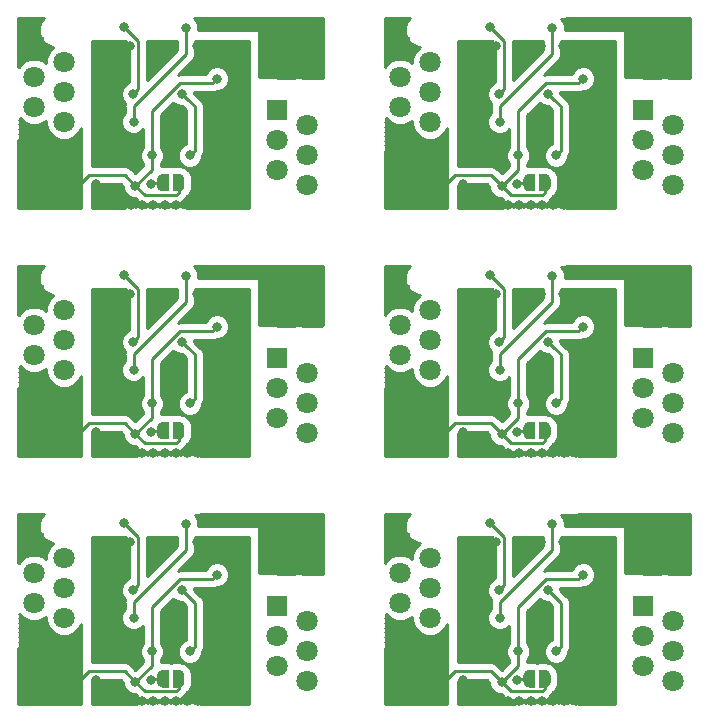
<source format=gbr>
G04 #@! TF.GenerationSoftware,KiCad,Pcbnew,5.0.2-bee76a0~70~ubuntu18.04.1*
G04 #@! TF.CreationDate,2020-02-26T15:16:49+01:00*
G04 #@! TF.ProjectId,output.rs485_adapter_panel,6f757470-7574-42e7-9273-3438355f6164,rev?*
G04 #@! TF.SameCoordinates,Original*
G04 #@! TF.FileFunction,Copper,L2,Bot*
G04 #@! TF.FilePolarity,Positive*
%FSLAX46Y46*%
G04 Gerber Fmt 4.6, Leading zero omitted, Abs format (unit mm)*
G04 Created by KiCad (PCBNEW 5.0.2-bee76a0~70~ubuntu18.04.1) date Wed 26 Feb 2020 03:16:49 PM CET*
%MOMM*%
%LPD*%
G01*
G04 APERTURE LIST*
G04 #@! TA.AperFunction,ComponentPad*
%ADD10C,4.400000*%
G04 #@! TD*
G04 #@! TA.AperFunction,SMDPad,CuDef*
%ADD11C,0.500000*%
G04 #@! TD*
G04 #@! TA.AperFunction,Conductor*
%ADD12C,0.100000*%
G04 #@! TD*
G04 #@! TA.AperFunction,ComponentPad*
%ADD13C,1.800000*%
G04 #@! TD*
G04 #@! TA.AperFunction,ComponentPad*
%ADD14R,1.800000X1.800000*%
G04 #@! TD*
G04 #@! TA.AperFunction,ViaPad*
%ADD15C,0.800000*%
G04 #@! TD*
G04 #@! TA.AperFunction,Conductor*
%ADD16C,0.250000*%
G04 #@! TD*
G04 #@! TA.AperFunction,Conductor*
%ADD17C,0.254000*%
G04 #@! TD*
G04 APERTURE END LIST*
D10*
G04 #@! TO.P,H2,1*
G04 #@! TO.N,GND*
X195000000Y-119500000D03*
G04 #@! TD*
G04 #@! TO.P,H2,1*
G04 #@! TO.N,GND*
X164000000Y-119500000D03*
G04 #@! TD*
G04 #@! TO.P,H2,1*
G04 #@! TO.N,GND*
X195000000Y-98500000D03*
G04 #@! TD*
G04 #@! TO.P,H2,1*
G04 #@! TO.N,GND*
X164000000Y-98500000D03*
G04 #@! TD*
G04 #@! TO.P,H2,1*
G04 #@! TO.N,GND*
X195000000Y-77500000D03*
G04 #@! TD*
D11*
G04 #@! TO.P,JP1,2*
G04 #@! TO.N,GND*
X184850000Y-131300000D03*
D12*
G04 #@! TD*
G04 #@! TO.N,GND*
G04 #@! TO.C,JP1*
G36*
X184850000Y-130550602D02*
X184874534Y-130550602D01*
X184923365Y-130555412D01*
X184971490Y-130564984D01*
X185018445Y-130579228D01*
X185063778Y-130598005D01*
X185107051Y-130621136D01*
X185147850Y-130648396D01*
X185185779Y-130679524D01*
X185220476Y-130714221D01*
X185251604Y-130752150D01*
X185278864Y-130792949D01*
X185301995Y-130836222D01*
X185320772Y-130881555D01*
X185335016Y-130928510D01*
X185344588Y-130976635D01*
X185349398Y-131025466D01*
X185349398Y-131050000D01*
X185350000Y-131050000D01*
X185350000Y-131550000D01*
X185349398Y-131550000D01*
X185349398Y-131574534D01*
X185344588Y-131623365D01*
X185335016Y-131671490D01*
X185320772Y-131718445D01*
X185301995Y-131763778D01*
X185278864Y-131807051D01*
X185251604Y-131847850D01*
X185220476Y-131885779D01*
X185185779Y-131920476D01*
X185147850Y-131951604D01*
X185107051Y-131978864D01*
X185063778Y-132001995D01*
X185018445Y-132020772D01*
X184971490Y-132035016D01*
X184923365Y-132044588D01*
X184874534Y-132049398D01*
X184850000Y-132049398D01*
X184850000Y-132050000D01*
X184350000Y-132050000D01*
X184350000Y-130550000D01*
X184850000Y-130550000D01*
X184850000Y-130550602D01*
X184850000Y-130550602D01*
G37*
D11*
G04 #@! TO.P,JP1,1*
G04 #@! TO.N,/term_te*
X183550000Y-131300000D03*
D12*
G04 #@! TD*
G04 #@! TO.N,/term_te*
G04 #@! TO.C,JP1*
G36*
X184050000Y-132050000D02*
X183550000Y-132050000D01*
X183550000Y-132049398D01*
X183525466Y-132049398D01*
X183476635Y-132044588D01*
X183428510Y-132035016D01*
X183381555Y-132020772D01*
X183336222Y-132001995D01*
X183292949Y-131978864D01*
X183252150Y-131951604D01*
X183214221Y-131920476D01*
X183179524Y-131885779D01*
X183148396Y-131847850D01*
X183121136Y-131807051D01*
X183098005Y-131763778D01*
X183079228Y-131718445D01*
X183064984Y-131671490D01*
X183055412Y-131623365D01*
X183050602Y-131574534D01*
X183050602Y-131550000D01*
X183050000Y-131550000D01*
X183050000Y-131050000D01*
X183050602Y-131050000D01*
X183050602Y-131025466D01*
X183055412Y-130976635D01*
X183064984Y-130928510D01*
X183079228Y-130881555D01*
X183098005Y-130836222D01*
X183121136Y-130792949D01*
X183148396Y-130752150D01*
X183179524Y-130714221D01*
X183214221Y-130679524D01*
X183252150Y-130648396D01*
X183292949Y-130621136D01*
X183336222Y-130598005D01*
X183381555Y-130579228D01*
X183428510Y-130564984D01*
X183476635Y-130555412D01*
X183525466Y-130550602D01*
X183550000Y-130550602D01*
X183550000Y-130550000D01*
X184050000Y-130550000D01*
X184050000Y-132050000D01*
X184050000Y-132050000D01*
G37*
D11*
G04 #@! TO.P,JP1,2*
G04 #@! TO.N,GND*
X153850000Y-131300000D03*
D12*
G04 #@! TD*
G04 #@! TO.N,GND*
G04 #@! TO.C,JP1*
G36*
X153850000Y-130550602D02*
X153874534Y-130550602D01*
X153923365Y-130555412D01*
X153971490Y-130564984D01*
X154018445Y-130579228D01*
X154063778Y-130598005D01*
X154107051Y-130621136D01*
X154147850Y-130648396D01*
X154185779Y-130679524D01*
X154220476Y-130714221D01*
X154251604Y-130752150D01*
X154278864Y-130792949D01*
X154301995Y-130836222D01*
X154320772Y-130881555D01*
X154335016Y-130928510D01*
X154344588Y-130976635D01*
X154349398Y-131025466D01*
X154349398Y-131050000D01*
X154350000Y-131050000D01*
X154350000Y-131550000D01*
X154349398Y-131550000D01*
X154349398Y-131574534D01*
X154344588Y-131623365D01*
X154335016Y-131671490D01*
X154320772Y-131718445D01*
X154301995Y-131763778D01*
X154278864Y-131807051D01*
X154251604Y-131847850D01*
X154220476Y-131885779D01*
X154185779Y-131920476D01*
X154147850Y-131951604D01*
X154107051Y-131978864D01*
X154063778Y-132001995D01*
X154018445Y-132020772D01*
X153971490Y-132035016D01*
X153923365Y-132044588D01*
X153874534Y-132049398D01*
X153850000Y-132049398D01*
X153850000Y-132050000D01*
X153350000Y-132050000D01*
X153350000Y-130550000D01*
X153850000Y-130550000D01*
X153850000Y-130550602D01*
X153850000Y-130550602D01*
G37*
D11*
G04 #@! TO.P,JP1,1*
G04 #@! TO.N,/term_te*
X152550000Y-131300000D03*
D12*
G04 #@! TD*
G04 #@! TO.N,/term_te*
G04 #@! TO.C,JP1*
G36*
X153050000Y-132050000D02*
X152550000Y-132050000D01*
X152550000Y-132049398D01*
X152525466Y-132049398D01*
X152476635Y-132044588D01*
X152428510Y-132035016D01*
X152381555Y-132020772D01*
X152336222Y-132001995D01*
X152292949Y-131978864D01*
X152252150Y-131951604D01*
X152214221Y-131920476D01*
X152179524Y-131885779D01*
X152148396Y-131847850D01*
X152121136Y-131807051D01*
X152098005Y-131763778D01*
X152079228Y-131718445D01*
X152064984Y-131671490D01*
X152055412Y-131623365D01*
X152050602Y-131574534D01*
X152050602Y-131550000D01*
X152050000Y-131550000D01*
X152050000Y-131050000D01*
X152050602Y-131050000D01*
X152050602Y-131025466D01*
X152055412Y-130976635D01*
X152064984Y-130928510D01*
X152079228Y-130881555D01*
X152098005Y-130836222D01*
X152121136Y-130792949D01*
X152148396Y-130752150D01*
X152179524Y-130714221D01*
X152214221Y-130679524D01*
X152252150Y-130648396D01*
X152292949Y-130621136D01*
X152336222Y-130598005D01*
X152381555Y-130579228D01*
X152428510Y-130564984D01*
X152476635Y-130555412D01*
X152525466Y-130550602D01*
X152550000Y-130550602D01*
X152550000Y-130550000D01*
X153050000Y-130550000D01*
X153050000Y-132050000D01*
X153050000Y-132050000D01*
G37*
D11*
G04 #@! TO.P,JP1,2*
G04 #@! TO.N,GND*
X184850000Y-110300000D03*
D12*
G04 #@! TD*
G04 #@! TO.N,GND*
G04 #@! TO.C,JP1*
G36*
X184850000Y-109550602D02*
X184874534Y-109550602D01*
X184923365Y-109555412D01*
X184971490Y-109564984D01*
X185018445Y-109579228D01*
X185063778Y-109598005D01*
X185107051Y-109621136D01*
X185147850Y-109648396D01*
X185185779Y-109679524D01*
X185220476Y-109714221D01*
X185251604Y-109752150D01*
X185278864Y-109792949D01*
X185301995Y-109836222D01*
X185320772Y-109881555D01*
X185335016Y-109928510D01*
X185344588Y-109976635D01*
X185349398Y-110025466D01*
X185349398Y-110050000D01*
X185350000Y-110050000D01*
X185350000Y-110550000D01*
X185349398Y-110550000D01*
X185349398Y-110574534D01*
X185344588Y-110623365D01*
X185335016Y-110671490D01*
X185320772Y-110718445D01*
X185301995Y-110763778D01*
X185278864Y-110807051D01*
X185251604Y-110847850D01*
X185220476Y-110885779D01*
X185185779Y-110920476D01*
X185147850Y-110951604D01*
X185107051Y-110978864D01*
X185063778Y-111001995D01*
X185018445Y-111020772D01*
X184971490Y-111035016D01*
X184923365Y-111044588D01*
X184874534Y-111049398D01*
X184850000Y-111049398D01*
X184850000Y-111050000D01*
X184350000Y-111050000D01*
X184350000Y-109550000D01*
X184850000Y-109550000D01*
X184850000Y-109550602D01*
X184850000Y-109550602D01*
G37*
D11*
G04 #@! TO.P,JP1,1*
G04 #@! TO.N,/term_te*
X183550000Y-110300000D03*
D12*
G04 #@! TD*
G04 #@! TO.N,/term_te*
G04 #@! TO.C,JP1*
G36*
X184050000Y-111050000D02*
X183550000Y-111050000D01*
X183550000Y-111049398D01*
X183525466Y-111049398D01*
X183476635Y-111044588D01*
X183428510Y-111035016D01*
X183381555Y-111020772D01*
X183336222Y-111001995D01*
X183292949Y-110978864D01*
X183252150Y-110951604D01*
X183214221Y-110920476D01*
X183179524Y-110885779D01*
X183148396Y-110847850D01*
X183121136Y-110807051D01*
X183098005Y-110763778D01*
X183079228Y-110718445D01*
X183064984Y-110671490D01*
X183055412Y-110623365D01*
X183050602Y-110574534D01*
X183050602Y-110550000D01*
X183050000Y-110550000D01*
X183050000Y-110050000D01*
X183050602Y-110050000D01*
X183050602Y-110025466D01*
X183055412Y-109976635D01*
X183064984Y-109928510D01*
X183079228Y-109881555D01*
X183098005Y-109836222D01*
X183121136Y-109792949D01*
X183148396Y-109752150D01*
X183179524Y-109714221D01*
X183214221Y-109679524D01*
X183252150Y-109648396D01*
X183292949Y-109621136D01*
X183336222Y-109598005D01*
X183381555Y-109579228D01*
X183428510Y-109564984D01*
X183476635Y-109555412D01*
X183525466Y-109550602D01*
X183550000Y-109550602D01*
X183550000Y-109550000D01*
X184050000Y-109550000D01*
X184050000Y-111050000D01*
X184050000Y-111050000D01*
G37*
D11*
G04 #@! TO.P,JP1,2*
G04 #@! TO.N,GND*
X153850000Y-110300000D03*
D12*
G04 #@! TD*
G04 #@! TO.N,GND*
G04 #@! TO.C,JP1*
G36*
X153850000Y-109550602D02*
X153874534Y-109550602D01*
X153923365Y-109555412D01*
X153971490Y-109564984D01*
X154018445Y-109579228D01*
X154063778Y-109598005D01*
X154107051Y-109621136D01*
X154147850Y-109648396D01*
X154185779Y-109679524D01*
X154220476Y-109714221D01*
X154251604Y-109752150D01*
X154278864Y-109792949D01*
X154301995Y-109836222D01*
X154320772Y-109881555D01*
X154335016Y-109928510D01*
X154344588Y-109976635D01*
X154349398Y-110025466D01*
X154349398Y-110050000D01*
X154350000Y-110050000D01*
X154350000Y-110550000D01*
X154349398Y-110550000D01*
X154349398Y-110574534D01*
X154344588Y-110623365D01*
X154335016Y-110671490D01*
X154320772Y-110718445D01*
X154301995Y-110763778D01*
X154278864Y-110807051D01*
X154251604Y-110847850D01*
X154220476Y-110885779D01*
X154185779Y-110920476D01*
X154147850Y-110951604D01*
X154107051Y-110978864D01*
X154063778Y-111001995D01*
X154018445Y-111020772D01*
X153971490Y-111035016D01*
X153923365Y-111044588D01*
X153874534Y-111049398D01*
X153850000Y-111049398D01*
X153850000Y-111050000D01*
X153350000Y-111050000D01*
X153350000Y-109550000D01*
X153850000Y-109550000D01*
X153850000Y-109550602D01*
X153850000Y-109550602D01*
G37*
D11*
G04 #@! TO.P,JP1,1*
G04 #@! TO.N,/term_te*
X152550000Y-110300000D03*
D12*
G04 #@! TD*
G04 #@! TO.N,/term_te*
G04 #@! TO.C,JP1*
G36*
X153050000Y-111050000D02*
X152550000Y-111050000D01*
X152550000Y-111049398D01*
X152525466Y-111049398D01*
X152476635Y-111044588D01*
X152428510Y-111035016D01*
X152381555Y-111020772D01*
X152336222Y-111001995D01*
X152292949Y-110978864D01*
X152252150Y-110951604D01*
X152214221Y-110920476D01*
X152179524Y-110885779D01*
X152148396Y-110847850D01*
X152121136Y-110807051D01*
X152098005Y-110763778D01*
X152079228Y-110718445D01*
X152064984Y-110671490D01*
X152055412Y-110623365D01*
X152050602Y-110574534D01*
X152050602Y-110550000D01*
X152050000Y-110550000D01*
X152050000Y-110050000D01*
X152050602Y-110050000D01*
X152050602Y-110025466D01*
X152055412Y-109976635D01*
X152064984Y-109928510D01*
X152079228Y-109881555D01*
X152098005Y-109836222D01*
X152121136Y-109792949D01*
X152148396Y-109752150D01*
X152179524Y-109714221D01*
X152214221Y-109679524D01*
X152252150Y-109648396D01*
X152292949Y-109621136D01*
X152336222Y-109598005D01*
X152381555Y-109579228D01*
X152428510Y-109564984D01*
X152476635Y-109555412D01*
X152525466Y-109550602D01*
X152550000Y-109550602D01*
X152550000Y-109550000D01*
X153050000Y-109550000D01*
X153050000Y-111050000D01*
X153050000Y-111050000D01*
G37*
D11*
G04 #@! TO.P,JP1,2*
G04 #@! TO.N,GND*
X184850000Y-89300000D03*
D12*
G04 #@! TD*
G04 #@! TO.N,GND*
G04 #@! TO.C,JP1*
G36*
X184850000Y-88550602D02*
X184874534Y-88550602D01*
X184923365Y-88555412D01*
X184971490Y-88564984D01*
X185018445Y-88579228D01*
X185063778Y-88598005D01*
X185107051Y-88621136D01*
X185147850Y-88648396D01*
X185185779Y-88679524D01*
X185220476Y-88714221D01*
X185251604Y-88752150D01*
X185278864Y-88792949D01*
X185301995Y-88836222D01*
X185320772Y-88881555D01*
X185335016Y-88928510D01*
X185344588Y-88976635D01*
X185349398Y-89025466D01*
X185349398Y-89050000D01*
X185350000Y-89050000D01*
X185350000Y-89550000D01*
X185349398Y-89550000D01*
X185349398Y-89574534D01*
X185344588Y-89623365D01*
X185335016Y-89671490D01*
X185320772Y-89718445D01*
X185301995Y-89763778D01*
X185278864Y-89807051D01*
X185251604Y-89847850D01*
X185220476Y-89885779D01*
X185185779Y-89920476D01*
X185147850Y-89951604D01*
X185107051Y-89978864D01*
X185063778Y-90001995D01*
X185018445Y-90020772D01*
X184971490Y-90035016D01*
X184923365Y-90044588D01*
X184874534Y-90049398D01*
X184850000Y-90049398D01*
X184850000Y-90050000D01*
X184350000Y-90050000D01*
X184350000Y-88550000D01*
X184850000Y-88550000D01*
X184850000Y-88550602D01*
X184850000Y-88550602D01*
G37*
D11*
G04 #@! TO.P,JP1,1*
G04 #@! TO.N,/term_te*
X183550000Y-89300000D03*
D12*
G04 #@! TD*
G04 #@! TO.N,/term_te*
G04 #@! TO.C,JP1*
G36*
X184050000Y-90050000D02*
X183550000Y-90050000D01*
X183550000Y-90049398D01*
X183525466Y-90049398D01*
X183476635Y-90044588D01*
X183428510Y-90035016D01*
X183381555Y-90020772D01*
X183336222Y-90001995D01*
X183292949Y-89978864D01*
X183252150Y-89951604D01*
X183214221Y-89920476D01*
X183179524Y-89885779D01*
X183148396Y-89847850D01*
X183121136Y-89807051D01*
X183098005Y-89763778D01*
X183079228Y-89718445D01*
X183064984Y-89671490D01*
X183055412Y-89623365D01*
X183050602Y-89574534D01*
X183050602Y-89550000D01*
X183050000Y-89550000D01*
X183050000Y-89050000D01*
X183050602Y-89050000D01*
X183050602Y-89025466D01*
X183055412Y-88976635D01*
X183064984Y-88928510D01*
X183079228Y-88881555D01*
X183098005Y-88836222D01*
X183121136Y-88792949D01*
X183148396Y-88752150D01*
X183179524Y-88714221D01*
X183214221Y-88679524D01*
X183252150Y-88648396D01*
X183292949Y-88621136D01*
X183336222Y-88598005D01*
X183381555Y-88579228D01*
X183428510Y-88564984D01*
X183476635Y-88555412D01*
X183525466Y-88550602D01*
X183550000Y-88550602D01*
X183550000Y-88550000D01*
X184050000Y-88550000D01*
X184050000Y-90050000D01*
X184050000Y-90050000D01*
G37*
D10*
G04 #@! TO.P,H1,1*
G04 #@! TO.N,GND*
X173500000Y-131300000D03*
G04 #@! TD*
G04 #@! TO.P,H1,1*
G04 #@! TO.N,GND*
X142500000Y-131300000D03*
G04 #@! TD*
G04 #@! TO.P,H1,1*
G04 #@! TO.N,GND*
X173500000Y-110300000D03*
G04 #@! TD*
G04 #@! TO.P,H1,1*
G04 #@! TO.N,GND*
X142500000Y-110300000D03*
G04 #@! TD*
G04 #@! TO.P,H1,1*
G04 #@! TO.N,GND*
X173500000Y-89300000D03*
G04 #@! TD*
D13*
G04 #@! TO.P,J3,4*
G04 #@! TO.N,/h_Tx*
X195715000Y-128985000D03*
G04 #@! TO.P,J3,3*
G04 #@! TO.N,/l_Tx*
X193175000Y-127715000D03*
G04 #@! TO.P,J3,2*
G04 #@! TO.N,/h_Rx*
X195715000Y-126445000D03*
D14*
G04 #@! TO.P,J3,1*
G04 #@! TO.N,/l_Rx*
X193175000Y-125175000D03*
D13*
G04 #@! TO.P,J3,5*
G04 #@! TO.N,SHIELD*
X193175000Y-130255000D03*
G04 #@! TO.P,J3,6*
X195715000Y-131525000D03*
G04 #@! TD*
G04 #@! TO.P,J3,4*
G04 #@! TO.N,/h_Tx*
X164715000Y-128985000D03*
G04 #@! TO.P,J3,3*
G04 #@! TO.N,/l_Tx*
X162175000Y-127715000D03*
G04 #@! TO.P,J3,2*
G04 #@! TO.N,/h_Rx*
X164715000Y-126445000D03*
D14*
G04 #@! TO.P,J3,1*
G04 #@! TO.N,/l_Rx*
X162175000Y-125175000D03*
D13*
G04 #@! TO.P,J3,5*
G04 #@! TO.N,SHIELD*
X162175000Y-130255000D03*
G04 #@! TO.P,J3,6*
X164715000Y-131525000D03*
G04 #@! TD*
G04 #@! TO.P,J3,4*
G04 #@! TO.N,/h_Tx*
X195715000Y-107985000D03*
G04 #@! TO.P,J3,3*
G04 #@! TO.N,/l_Tx*
X193175000Y-106715000D03*
G04 #@! TO.P,J3,2*
G04 #@! TO.N,/h_Rx*
X195715000Y-105445000D03*
D14*
G04 #@! TO.P,J3,1*
G04 #@! TO.N,/l_Rx*
X193175000Y-104175000D03*
D13*
G04 #@! TO.P,J3,5*
G04 #@! TO.N,SHIELD*
X193175000Y-109255000D03*
G04 #@! TO.P,J3,6*
X195715000Y-110525000D03*
G04 #@! TD*
G04 #@! TO.P,J3,4*
G04 #@! TO.N,/h_Tx*
X164715000Y-107985000D03*
G04 #@! TO.P,J3,3*
G04 #@! TO.N,/l_Tx*
X162175000Y-106715000D03*
G04 #@! TO.P,J3,2*
G04 #@! TO.N,/h_Rx*
X164715000Y-105445000D03*
D14*
G04 #@! TO.P,J3,1*
G04 #@! TO.N,/l_Rx*
X162175000Y-104175000D03*
D13*
G04 #@! TO.P,J3,5*
G04 #@! TO.N,SHIELD*
X162175000Y-109255000D03*
G04 #@! TO.P,J3,6*
X164715000Y-110525000D03*
G04 #@! TD*
G04 #@! TO.P,J3,4*
G04 #@! TO.N,/h_Tx*
X195715000Y-86985000D03*
G04 #@! TO.P,J3,3*
G04 #@! TO.N,/l_Tx*
X193175000Y-85715000D03*
G04 #@! TO.P,J3,2*
G04 #@! TO.N,/h_Rx*
X195715000Y-84445000D03*
D14*
G04 #@! TO.P,J3,1*
G04 #@! TO.N,/l_Rx*
X193175000Y-83175000D03*
D13*
G04 #@! TO.P,J3,5*
G04 #@! TO.N,SHIELD*
X193175000Y-88255000D03*
G04 #@! TO.P,J3,6*
X195715000Y-89525000D03*
G04 #@! TD*
G04 #@! TO.P,J2,6*
G04 #@! TO.N,Net-(J2-Pad6)*
X175140000Y-126150000D03*
G04 #@! TO.P,J2,5*
G04 #@! TO.N,/TX_iso*
X172600000Y-124880000D03*
D14*
G04 #@! TO.P,J2,1*
G04 #@! TO.N,GND*
X172600000Y-119800000D03*
D13*
G04 #@! TO.P,J2,2*
G04 #@! TO.N,+3V3*
X175140000Y-121070000D03*
G04 #@! TO.P,J2,3*
G04 #@! TO.N,/RX_iso*
X172600000Y-122340000D03*
G04 #@! TO.P,J2,4*
G04 #@! TO.N,/DE*
X175140000Y-123610000D03*
G04 #@! TD*
G04 #@! TO.P,J2,6*
G04 #@! TO.N,Net-(J2-Pad6)*
X144140000Y-126150000D03*
G04 #@! TO.P,J2,5*
G04 #@! TO.N,/TX_iso*
X141600000Y-124880000D03*
D14*
G04 #@! TO.P,J2,1*
G04 #@! TO.N,GND*
X141600000Y-119800000D03*
D13*
G04 #@! TO.P,J2,2*
G04 #@! TO.N,+3V3*
X144140000Y-121070000D03*
G04 #@! TO.P,J2,3*
G04 #@! TO.N,/RX_iso*
X141600000Y-122340000D03*
G04 #@! TO.P,J2,4*
G04 #@! TO.N,/DE*
X144140000Y-123610000D03*
G04 #@! TD*
G04 #@! TO.P,J2,6*
G04 #@! TO.N,Net-(J2-Pad6)*
X175140000Y-105150000D03*
G04 #@! TO.P,J2,5*
G04 #@! TO.N,/TX_iso*
X172600000Y-103880000D03*
D14*
G04 #@! TO.P,J2,1*
G04 #@! TO.N,GND*
X172600000Y-98800000D03*
D13*
G04 #@! TO.P,J2,2*
G04 #@! TO.N,+3V3*
X175140000Y-100070000D03*
G04 #@! TO.P,J2,3*
G04 #@! TO.N,/RX_iso*
X172600000Y-101340000D03*
G04 #@! TO.P,J2,4*
G04 #@! TO.N,/DE*
X175140000Y-102610000D03*
G04 #@! TD*
G04 #@! TO.P,J2,6*
G04 #@! TO.N,Net-(J2-Pad6)*
X144140000Y-105150000D03*
G04 #@! TO.P,J2,5*
G04 #@! TO.N,/TX_iso*
X141600000Y-103880000D03*
D14*
G04 #@! TO.P,J2,1*
G04 #@! TO.N,GND*
X141600000Y-98800000D03*
D13*
G04 #@! TO.P,J2,2*
G04 #@! TO.N,+3V3*
X144140000Y-100070000D03*
G04 #@! TO.P,J2,3*
G04 #@! TO.N,/RX_iso*
X141600000Y-101340000D03*
G04 #@! TO.P,J2,4*
G04 #@! TO.N,/DE*
X144140000Y-102610000D03*
G04 #@! TD*
G04 #@! TO.P,J2,6*
G04 #@! TO.N,Net-(J2-Pad6)*
X175140000Y-84150000D03*
G04 #@! TO.P,J2,5*
G04 #@! TO.N,/TX_iso*
X172600000Y-82880000D03*
D14*
G04 #@! TO.P,J2,1*
G04 #@! TO.N,GND*
X172600000Y-77800000D03*
D13*
G04 #@! TO.P,J2,2*
G04 #@! TO.N,+3V3*
X175140000Y-79070000D03*
G04 #@! TO.P,J2,3*
G04 #@! TO.N,/RX_iso*
X172600000Y-80340000D03*
G04 #@! TO.P,J2,4*
G04 #@! TO.N,/DE*
X175140000Y-81610000D03*
G04 #@! TD*
D11*
G04 #@! TO.P,JP1,1*
G04 #@! TO.N,/term_te*
X152550000Y-89300000D03*
D12*
G04 #@! TD*
G04 #@! TO.N,/term_te*
G04 #@! TO.C,JP1*
G36*
X153050000Y-90050000D02*
X152550000Y-90050000D01*
X152550000Y-90049398D01*
X152525466Y-90049398D01*
X152476635Y-90044588D01*
X152428510Y-90035016D01*
X152381555Y-90020772D01*
X152336222Y-90001995D01*
X152292949Y-89978864D01*
X152252150Y-89951604D01*
X152214221Y-89920476D01*
X152179524Y-89885779D01*
X152148396Y-89847850D01*
X152121136Y-89807051D01*
X152098005Y-89763778D01*
X152079228Y-89718445D01*
X152064984Y-89671490D01*
X152055412Y-89623365D01*
X152050602Y-89574534D01*
X152050602Y-89550000D01*
X152050000Y-89550000D01*
X152050000Y-89050000D01*
X152050602Y-89050000D01*
X152050602Y-89025466D01*
X152055412Y-88976635D01*
X152064984Y-88928510D01*
X152079228Y-88881555D01*
X152098005Y-88836222D01*
X152121136Y-88792949D01*
X152148396Y-88752150D01*
X152179524Y-88714221D01*
X152214221Y-88679524D01*
X152252150Y-88648396D01*
X152292949Y-88621136D01*
X152336222Y-88598005D01*
X152381555Y-88579228D01*
X152428510Y-88564984D01*
X152476635Y-88555412D01*
X152525466Y-88550602D01*
X152550000Y-88550602D01*
X152550000Y-88550000D01*
X153050000Y-88550000D01*
X153050000Y-90050000D01*
X153050000Y-90050000D01*
G37*
D11*
G04 #@! TO.P,JP1,2*
G04 #@! TO.N,GND*
X153850000Y-89300000D03*
D12*
G04 #@! TD*
G04 #@! TO.N,GND*
G04 #@! TO.C,JP1*
G36*
X153850000Y-88550602D02*
X153874534Y-88550602D01*
X153923365Y-88555412D01*
X153971490Y-88564984D01*
X154018445Y-88579228D01*
X154063778Y-88598005D01*
X154107051Y-88621136D01*
X154147850Y-88648396D01*
X154185779Y-88679524D01*
X154220476Y-88714221D01*
X154251604Y-88752150D01*
X154278864Y-88792949D01*
X154301995Y-88836222D01*
X154320772Y-88881555D01*
X154335016Y-88928510D01*
X154344588Y-88976635D01*
X154349398Y-89025466D01*
X154349398Y-89050000D01*
X154350000Y-89050000D01*
X154350000Y-89550000D01*
X154349398Y-89550000D01*
X154349398Y-89574534D01*
X154344588Y-89623365D01*
X154335016Y-89671490D01*
X154320772Y-89718445D01*
X154301995Y-89763778D01*
X154278864Y-89807051D01*
X154251604Y-89847850D01*
X154220476Y-89885779D01*
X154185779Y-89920476D01*
X154147850Y-89951604D01*
X154107051Y-89978864D01*
X154063778Y-90001995D01*
X154018445Y-90020772D01*
X153971490Y-90035016D01*
X153923365Y-90044588D01*
X153874534Y-90049398D01*
X153850000Y-90049398D01*
X153850000Y-90050000D01*
X153350000Y-90050000D01*
X153350000Y-88550000D01*
X153850000Y-88550000D01*
X153850000Y-88550602D01*
X153850000Y-88550602D01*
G37*
D10*
G04 #@! TO.P,H2,1*
G04 #@! TO.N,GND*
X164000000Y-77500000D03*
G04 #@! TD*
G04 #@! TO.P,H1,1*
G04 #@! TO.N,GND*
X142500000Y-89300000D03*
G04 #@! TD*
D13*
G04 #@! TO.P,J3,6*
G04 #@! TO.N,SHIELD*
X164715000Y-89525000D03*
G04 #@! TO.P,J3,5*
X162175000Y-88255000D03*
D14*
G04 #@! TO.P,J3,1*
G04 #@! TO.N,/l_Rx*
X162175000Y-83175000D03*
D13*
G04 #@! TO.P,J3,2*
G04 #@! TO.N,/h_Rx*
X164715000Y-84445000D03*
G04 #@! TO.P,J3,3*
G04 #@! TO.N,/l_Tx*
X162175000Y-85715000D03*
G04 #@! TO.P,J3,4*
G04 #@! TO.N,/h_Tx*
X164715000Y-86985000D03*
G04 #@! TD*
G04 #@! TO.P,J2,4*
G04 #@! TO.N,/DE*
X144140000Y-81610000D03*
G04 #@! TO.P,J2,3*
G04 #@! TO.N,/RX_iso*
X141600000Y-80340000D03*
G04 #@! TO.P,J2,2*
G04 #@! TO.N,+3V3*
X144140000Y-79070000D03*
D14*
G04 #@! TO.P,J2,1*
G04 #@! TO.N,GND*
X141600000Y-77800000D03*
D13*
G04 #@! TO.P,J2,5*
G04 #@! TO.N,/TX_iso*
X141600000Y-82880000D03*
G04 #@! TO.P,J2,6*
G04 #@! TO.N,Net-(J2-Pad6)*
X144140000Y-84150000D03*
G04 #@! TD*
D15*
G04 #@! TO.N,+3V3*
X154800000Y-87000000D03*
X154147800Y-81800000D03*
X185147800Y-81800000D03*
X154147800Y-102800000D03*
X185147800Y-102800000D03*
X154147800Y-123800000D03*
X185147800Y-123800000D03*
X185800000Y-87000000D03*
X154800000Y-108000000D03*
X185800000Y-108000000D03*
X154800000Y-129000000D03*
X185800000Y-129000000D03*
G04 #@! TO.N,GND*
X151600000Y-87000000D03*
X150200000Y-89600000D03*
X157100000Y-80500000D03*
X188100000Y-80500000D03*
X157100000Y-101500000D03*
X188100000Y-101500000D03*
X157100000Y-122500000D03*
X188100000Y-122500000D03*
X181200000Y-89600000D03*
X150200000Y-110600000D03*
X181200000Y-110600000D03*
X150200000Y-131600000D03*
X181200000Y-131600000D03*
X182600000Y-87000000D03*
X151600000Y-108000000D03*
X182600000Y-108000000D03*
X151600000Y-129000000D03*
X182600000Y-129000000D03*
G04 #@! TO.N,SHIELD*
X159400000Y-79600000D03*
X159400000Y-78600000D03*
X146900000Y-79700000D03*
X146900000Y-78700000D03*
X146900000Y-89400000D03*
X146900000Y-90300000D03*
X146900000Y-84900000D03*
X146900000Y-85800000D03*
X146900000Y-83900000D03*
X146900000Y-83000000D03*
X159400000Y-83000000D03*
X159400000Y-83900000D03*
X159400000Y-84900000D03*
X159400000Y-85800000D03*
X159400000Y-90300000D03*
X147900000Y-91195001D03*
X157400000Y-91195001D03*
X156475001Y-91195001D03*
X148875001Y-91195001D03*
X155500000Y-91195001D03*
X150775001Y-91195001D03*
X151700000Y-91195001D03*
X159300000Y-91195001D03*
X152675001Y-91195001D03*
X149800000Y-91195001D03*
X153600000Y-91195001D03*
X154575001Y-91195001D03*
X158375001Y-91195001D03*
X146975001Y-91195001D03*
X159200000Y-77695001D03*
X158275001Y-77695001D03*
X155400000Y-77695001D03*
X156375001Y-77695001D03*
X157300000Y-77695001D03*
X151600000Y-77695001D03*
X152575001Y-77695001D03*
X153500000Y-77695001D03*
X149700000Y-77695001D03*
X148775001Y-77695001D03*
X146875001Y-77695001D03*
X147800000Y-77695001D03*
X159375001Y-89400000D03*
X159375001Y-88500000D03*
X146900000Y-86800000D03*
X190375001Y-89400000D03*
X159375001Y-110400000D03*
X190375001Y-110400000D03*
X159375001Y-131400000D03*
X190375001Y-131400000D03*
X190375001Y-88500000D03*
X159375001Y-109500000D03*
X190375001Y-109500000D03*
X159375001Y-130500000D03*
X190375001Y-130500000D03*
X177900000Y-86800000D03*
X146900000Y-107800000D03*
X177900000Y-107800000D03*
X146900000Y-128800000D03*
X177900000Y-128800000D03*
X178800000Y-77695001D03*
X147800000Y-98695001D03*
X178800000Y-98695001D03*
X147800000Y-119695001D03*
X178800000Y-119695001D03*
X177900000Y-83000000D03*
X146900000Y-104000000D03*
X177900000Y-104000000D03*
X146900000Y-125000000D03*
X177900000Y-125000000D03*
X190400000Y-83000000D03*
X159400000Y-104000000D03*
X190400000Y-104000000D03*
X159400000Y-125000000D03*
X190400000Y-125000000D03*
X190400000Y-83900000D03*
X159400000Y-104900000D03*
X190400000Y-104900000D03*
X159400000Y-125900000D03*
X190400000Y-125900000D03*
X179775001Y-77695001D03*
X148775001Y-98695001D03*
X179775001Y-98695001D03*
X148775001Y-119695001D03*
X179775001Y-119695001D03*
X177875001Y-77695001D03*
X146875001Y-98695001D03*
X177875001Y-98695001D03*
X146875001Y-119695001D03*
X177875001Y-119695001D03*
X182700000Y-91195001D03*
X151700000Y-112195001D03*
X182700000Y-112195001D03*
X151700000Y-133195001D03*
X182700000Y-133195001D03*
X190300000Y-91195001D03*
X159300000Y-112195001D03*
X190300000Y-112195001D03*
X159300000Y-133195001D03*
X190300000Y-133195001D03*
X188400000Y-91195001D03*
X157400000Y-112195001D03*
X188400000Y-112195001D03*
X157400000Y-133195001D03*
X188400000Y-133195001D03*
X187475001Y-91195001D03*
X156475001Y-112195001D03*
X187475001Y-112195001D03*
X156475001Y-133195001D03*
X187475001Y-133195001D03*
X177900000Y-90300000D03*
X146900000Y-111300000D03*
X177900000Y-111300000D03*
X146900000Y-132300000D03*
X177900000Y-132300000D03*
X177900000Y-85800000D03*
X146900000Y-106800000D03*
X177900000Y-106800000D03*
X146900000Y-127800000D03*
X177900000Y-127800000D03*
X177900000Y-83900000D03*
X146900000Y-104900000D03*
X177900000Y-104900000D03*
X146900000Y-125900000D03*
X177900000Y-125900000D03*
X190400000Y-79600000D03*
X159400000Y-100600000D03*
X190400000Y-100600000D03*
X159400000Y-121600000D03*
X190400000Y-121600000D03*
X189275001Y-77695001D03*
X158275001Y-98695001D03*
X189275001Y-98695001D03*
X158275001Y-119695001D03*
X189275001Y-119695001D03*
X186400000Y-77695001D03*
X155400000Y-98695001D03*
X186400000Y-98695001D03*
X155400000Y-119695001D03*
X186400000Y-119695001D03*
X184600000Y-91195001D03*
X153600000Y-112195001D03*
X184600000Y-112195001D03*
X153600000Y-133195001D03*
X184600000Y-133195001D03*
X185575001Y-91195001D03*
X154575001Y-112195001D03*
X185575001Y-112195001D03*
X154575001Y-133195001D03*
X185575001Y-133195001D03*
X189375001Y-91195001D03*
X158375001Y-112195001D03*
X189375001Y-112195001D03*
X158375001Y-133195001D03*
X189375001Y-133195001D03*
X177975001Y-91195001D03*
X146975001Y-112195001D03*
X177975001Y-112195001D03*
X146975001Y-133195001D03*
X177975001Y-133195001D03*
X190200000Y-77695001D03*
X159200000Y-98695001D03*
X190200000Y-98695001D03*
X159200000Y-119695001D03*
X190200000Y-119695001D03*
X179875001Y-91195001D03*
X148875001Y-112195001D03*
X179875001Y-112195001D03*
X148875001Y-133195001D03*
X179875001Y-133195001D03*
X186500000Y-91195001D03*
X155500000Y-112195001D03*
X186500000Y-112195001D03*
X155500000Y-133195001D03*
X186500000Y-133195001D03*
X181775001Y-91195001D03*
X150775001Y-112195001D03*
X181775001Y-112195001D03*
X150775001Y-133195001D03*
X181775001Y-133195001D03*
X183675001Y-91195001D03*
X152675001Y-112195001D03*
X183675001Y-112195001D03*
X152675001Y-133195001D03*
X183675001Y-133195001D03*
X180800000Y-91195001D03*
X149800000Y-112195001D03*
X180800000Y-112195001D03*
X149800000Y-133195001D03*
X180800000Y-133195001D03*
X183575001Y-77695001D03*
X152575001Y-98695001D03*
X183575001Y-98695001D03*
X152575001Y-119695001D03*
X183575001Y-119695001D03*
X184500000Y-77695001D03*
X153500000Y-98695001D03*
X184500000Y-98695001D03*
X153500000Y-119695001D03*
X184500000Y-119695001D03*
X180700000Y-77695001D03*
X149700000Y-98695001D03*
X180700000Y-98695001D03*
X149700000Y-119695001D03*
X180700000Y-119695001D03*
X190400000Y-78600000D03*
X159400000Y-99600000D03*
X190400000Y-99600000D03*
X159400000Y-120600000D03*
X190400000Y-120600000D03*
X177900000Y-79700000D03*
X146900000Y-100700000D03*
X177900000Y-100700000D03*
X146900000Y-121700000D03*
X177900000Y-121700000D03*
X177900000Y-78700000D03*
X146900000Y-99700000D03*
X177900000Y-99700000D03*
X146900000Y-120700000D03*
X177900000Y-120700000D03*
X177900000Y-89400000D03*
X146900000Y-110400000D03*
X177900000Y-110400000D03*
X146900000Y-131400000D03*
X177900000Y-131400000D03*
X177900000Y-84900000D03*
X146900000Y-105900000D03*
X177900000Y-105900000D03*
X146900000Y-126900000D03*
X177900000Y-126900000D03*
X187375001Y-77695001D03*
X156375001Y-98695001D03*
X187375001Y-98695001D03*
X156375001Y-119695001D03*
X187375001Y-119695001D03*
X188300000Y-77695001D03*
X157300000Y-98695001D03*
X188300000Y-98695001D03*
X157300000Y-119695001D03*
X188300000Y-119695001D03*
X182600000Y-77695001D03*
X151600000Y-98695001D03*
X182600000Y-98695001D03*
X151600000Y-119695001D03*
X182600000Y-119695001D03*
X190400000Y-84900000D03*
X159400000Y-105900000D03*
X190400000Y-105900000D03*
X159400000Y-126900000D03*
X190400000Y-126900000D03*
X190400000Y-85800000D03*
X159400000Y-106800000D03*
X190400000Y-106800000D03*
X159400000Y-127800000D03*
X190400000Y-127800000D03*
X190400000Y-90300000D03*
X159400000Y-111300000D03*
X190400000Y-111300000D03*
X159400000Y-132300000D03*
X190400000Y-132300000D03*
X178900000Y-91195001D03*
X147900000Y-112195001D03*
X178900000Y-112195001D03*
X147900000Y-133195001D03*
X178900000Y-133195001D03*
G04 #@! TO.N,/RX_iso*
X150000000Y-81800000D03*
X149200000Y-76100000D03*
X181000000Y-81800000D03*
X150000000Y-102800000D03*
X181000000Y-102800000D03*
X150000000Y-123800000D03*
X181000000Y-123800000D03*
X180200000Y-76100000D03*
X149200000Y-97100000D03*
X180200000Y-97100000D03*
X149200000Y-118100000D03*
X180200000Y-118100000D03*
G04 #@! TO.N,/TX_iso*
X154500000Y-76200000D03*
X150037953Y-84138259D03*
X185500000Y-76200000D03*
X154500000Y-97200000D03*
X185500000Y-97200000D03*
X154500000Y-118200000D03*
X185500000Y-118200000D03*
X181037953Y-84138259D03*
X150037953Y-105138259D03*
X181037953Y-105138259D03*
X150037953Y-126138259D03*
X181037953Y-126138259D03*
G04 #@! TO.N,/term_te*
X151500000Y-89400000D03*
X182500000Y-89400000D03*
X151500000Y-110400000D03*
X182500000Y-110400000D03*
X151500000Y-131400000D03*
X182500000Y-131400000D03*
G04 #@! TD*
D16*
G04 #@! TO.N,+3V3*
X154547799Y-82199999D02*
X154147800Y-81800000D01*
X155199999Y-82852199D02*
X154547799Y-82199999D01*
X155199999Y-86600001D02*
X155199999Y-82852199D01*
X154800000Y-87000000D02*
X155199999Y-86600001D01*
X185547799Y-82199999D02*
X185147800Y-81800000D01*
X154547799Y-103199999D02*
X154147800Y-102800000D01*
X185547799Y-103199999D02*
X185147800Y-102800000D01*
X154547799Y-124199999D02*
X154147800Y-123800000D01*
X185547799Y-124199999D02*
X185147800Y-123800000D01*
X186199999Y-82852199D02*
X185547799Y-82199999D01*
X155199999Y-103852199D02*
X154547799Y-103199999D01*
X186199999Y-103852199D02*
X185547799Y-103199999D01*
X155199999Y-124852199D02*
X154547799Y-124199999D01*
X186199999Y-124852199D02*
X185547799Y-124199999D01*
X186199999Y-86600001D02*
X186199999Y-82852199D01*
X155199999Y-107600001D02*
X155199999Y-103852199D01*
X186199999Y-107600001D02*
X186199999Y-103852199D01*
X155199999Y-128600001D02*
X155199999Y-124852199D01*
X186199999Y-128600001D02*
X186199999Y-124852199D01*
X185800000Y-87000000D02*
X186199999Y-86600001D01*
X154800000Y-108000000D02*
X155199999Y-107600001D01*
X185800000Y-108000000D02*
X186199999Y-107600001D01*
X154800000Y-129000000D02*
X155199999Y-128600001D01*
X185800000Y-129000000D02*
X186199999Y-128600001D01*
G04 #@! TO.N,GND*
X151600000Y-83274798D02*
X151600000Y-86434315D01*
X151600000Y-86434315D02*
X151600000Y-87000000D01*
X153974799Y-80899999D02*
X151600000Y-83274798D01*
X156700001Y-80899999D02*
X153974799Y-80899999D01*
X157100000Y-80500000D02*
X156700001Y-80899999D01*
X151600000Y-88200000D02*
X150200000Y-89600000D01*
X151600000Y-87000000D02*
X151600000Y-88200000D01*
X145486269Y-89450000D02*
X142375000Y-89450000D01*
X146261270Y-88674999D02*
X145486269Y-89450000D01*
X149274999Y-88674999D02*
X146261270Y-88674999D01*
X150200000Y-89600000D02*
X149274999Y-88674999D01*
X153622582Y-90375010D02*
X153850000Y-90147592D01*
X153850000Y-90147592D02*
X153850000Y-89300000D01*
X150975010Y-90375010D02*
X153622582Y-90375010D01*
X150200000Y-89600000D02*
X150975010Y-90375010D01*
X182600000Y-88200000D02*
X181200000Y-89600000D01*
X151600000Y-109200000D02*
X150200000Y-110600000D01*
X182600000Y-109200000D02*
X181200000Y-110600000D01*
X151600000Y-130200000D02*
X150200000Y-131600000D01*
X182600000Y-130200000D02*
X181200000Y-131600000D01*
X180274999Y-88674999D02*
X177261270Y-88674999D01*
X149274999Y-109674999D02*
X146261270Y-109674999D01*
X180274999Y-109674999D02*
X177261270Y-109674999D01*
X149274999Y-130674999D02*
X146261270Y-130674999D01*
X180274999Y-130674999D02*
X177261270Y-130674999D01*
X182600000Y-83274798D02*
X182600000Y-86434315D01*
X151600000Y-104274798D02*
X151600000Y-107434315D01*
X182600000Y-104274798D02*
X182600000Y-107434315D01*
X151600000Y-125274798D02*
X151600000Y-128434315D01*
X182600000Y-125274798D02*
X182600000Y-128434315D01*
X181975010Y-90375010D02*
X184622582Y-90375010D01*
X150975010Y-111375010D02*
X153622582Y-111375010D01*
X181975010Y-111375010D02*
X184622582Y-111375010D01*
X150975010Y-132375010D02*
X153622582Y-132375010D01*
X181975010Y-132375010D02*
X184622582Y-132375010D01*
X181200000Y-89600000D02*
X181975010Y-90375010D01*
X150200000Y-110600000D02*
X150975010Y-111375010D01*
X181200000Y-110600000D02*
X181975010Y-111375010D01*
X150200000Y-131600000D02*
X150975010Y-132375010D01*
X181200000Y-131600000D02*
X181975010Y-132375010D01*
X181200000Y-89600000D02*
X180274999Y-88674999D01*
X150200000Y-110600000D02*
X149274999Y-109674999D01*
X181200000Y-110600000D02*
X180274999Y-109674999D01*
X150200000Y-131600000D02*
X149274999Y-130674999D01*
X181200000Y-131600000D02*
X180274999Y-130674999D01*
X184622582Y-90375010D02*
X184850000Y-90147592D01*
X153622582Y-111375010D02*
X153850000Y-111147592D01*
X184622582Y-111375010D02*
X184850000Y-111147592D01*
X153622582Y-132375010D02*
X153850000Y-132147592D01*
X184622582Y-132375010D02*
X184850000Y-132147592D01*
X184850000Y-90147592D02*
X184850000Y-89300000D01*
X153850000Y-111147592D02*
X153850000Y-110300000D01*
X184850000Y-111147592D02*
X184850000Y-110300000D01*
X153850000Y-132147592D02*
X153850000Y-131300000D01*
X184850000Y-132147592D02*
X184850000Y-131300000D01*
X182600000Y-87000000D02*
X182600000Y-88200000D01*
X151600000Y-108000000D02*
X151600000Y-109200000D01*
X182600000Y-108000000D02*
X182600000Y-109200000D01*
X151600000Y-129000000D02*
X151600000Y-130200000D01*
X182600000Y-129000000D02*
X182600000Y-130200000D01*
X176486269Y-89450000D02*
X173375000Y-89450000D01*
X145486269Y-110450000D02*
X142375000Y-110450000D01*
X176486269Y-110450000D02*
X173375000Y-110450000D01*
X145486269Y-131450000D02*
X142375000Y-131450000D01*
X176486269Y-131450000D02*
X173375000Y-131450000D01*
X177261270Y-88674999D02*
X176486269Y-89450000D01*
X146261270Y-109674999D02*
X145486269Y-110450000D01*
X177261270Y-109674999D02*
X176486269Y-110450000D01*
X146261270Y-130674999D02*
X145486269Y-131450000D01*
X177261270Y-130674999D02*
X176486269Y-131450000D01*
X182600000Y-86434315D02*
X182600000Y-87000000D01*
X151600000Y-107434315D02*
X151600000Y-108000000D01*
X182600000Y-107434315D02*
X182600000Y-108000000D01*
X151600000Y-128434315D02*
X151600000Y-129000000D01*
X182600000Y-128434315D02*
X182600000Y-129000000D01*
X184974799Y-80899999D02*
X182600000Y-83274798D01*
X153974799Y-101899999D02*
X151600000Y-104274798D01*
X184974799Y-101899999D02*
X182600000Y-104274798D01*
X153974799Y-122899999D02*
X151600000Y-125274798D01*
X184974799Y-122899999D02*
X182600000Y-125274798D01*
X187700001Y-80899999D02*
X184974799Y-80899999D01*
X156700001Y-101899999D02*
X153974799Y-101899999D01*
X187700001Y-101899999D02*
X184974799Y-101899999D01*
X156700001Y-122899999D02*
X153974799Y-122899999D01*
X187700001Y-122899999D02*
X184974799Y-122899999D01*
X188100000Y-80500000D02*
X187700001Y-80899999D01*
X157100000Y-101500000D02*
X156700001Y-101899999D01*
X188100000Y-101500000D02*
X187700001Y-101899999D01*
X157100000Y-122500000D02*
X156700001Y-122899999D01*
X188100000Y-122500000D02*
X187700001Y-122899999D01*
G04 #@! TO.N,/RX_iso*
X150399999Y-81400001D02*
X150000000Y-81800000D01*
X150425001Y-77325001D02*
X150425001Y-81374999D01*
X150425001Y-81374999D02*
X150399999Y-81400001D01*
X149200000Y-76100000D02*
X150425001Y-77325001D01*
X181399999Y-81400001D02*
X181000000Y-81800000D01*
X150399999Y-102400001D02*
X150000000Y-102800000D01*
X181399999Y-102400001D02*
X181000000Y-102800000D01*
X150399999Y-123400001D02*
X150000000Y-123800000D01*
X181399999Y-123400001D02*
X181000000Y-123800000D01*
X181425001Y-77325001D02*
X181425001Y-81374999D01*
X150425001Y-98325001D02*
X150425001Y-102374999D01*
X181425001Y-98325001D02*
X181425001Y-102374999D01*
X150425001Y-119325001D02*
X150425001Y-123374999D01*
X181425001Y-119325001D02*
X181425001Y-123374999D01*
X181425001Y-81374999D02*
X181399999Y-81400001D01*
X150425001Y-102374999D02*
X150399999Y-102400001D01*
X181425001Y-102374999D02*
X181399999Y-102400001D01*
X150425001Y-123374999D02*
X150399999Y-123400001D01*
X181425001Y-123374999D02*
X181399999Y-123400001D01*
X180200000Y-76100000D02*
X181425001Y-77325001D01*
X149200000Y-97100000D02*
X150425001Y-98325001D01*
X180200000Y-97100000D02*
X181425001Y-98325001D01*
X149200000Y-118100000D02*
X150425001Y-119325001D01*
X180200000Y-118100000D02*
X181425001Y-119325001D01*
G04 #@! TO.N,/TX_iso*
X150037953Y-82835049D02*
X150037953Y-84138259D01*
X154500000Y-76200000D02*
X154500000Y-78373002D01*
X154500000Y-78373002D02*
X150037953Y-82835049D01*
X181037953Y-82835049D02*
X181037953Y-84138259D01*
X150037953Y-103835049D02*
X150037953Y-105138259D01*
X181037953Y-103835049D02*
X181037953Y-105138259D01*
X150037953Y-124835049D02*
X150037953Y-126138259D01*
X181037953Y-124835049D02*
X181037953Y-126138259D01*
X185500000Y-76200000D02*
X185500000Y-78373002D01*
X154500000Y-97200000D02*
X154500000Y-99373002D01*
X185500000Y-97200000D02*
X185500000Y-99373002D01*
X154500000Y-118200000D02*
X154500000Y-120373002D01*
X185500000Y-118200000D02*
X185500000Y-120373002D01*
X185500000Y-78373002D02*
X181037953Y-82835049D01*
X154500000Y-99373002D02*
X150037953Y-103835049D01*
X185500000Y-99373002D02*
X181037953Y-103835049D01*
X154500000Y-120373002D02*
X150037953Y-124835049D01*
X185500000Y-120373002D02*
X181037953Y-124835049D01*
G04 #@! TO.N,/term_te*
X152550000Y-89300000D02*
X151600000Y-89300000D01*
X151600000Y-89300000D02*
X151500000Y-89400000D01*
X183550000Y-89300000D02*
X182600000Y-89300000D01*
X152550000Y-110300000D02*
X151600000Y-110300000D01*
X183550000Y-110300000D02*
X182600000Y-110300000D01*
X152550000Y-131300000D02*
X151600000Y-131300000D01*
X183550000Y-131300000D02*
X182600000Y-131300000D01*
X182600000Y-89300000D02*
X182500000Y-89400000D01*
X151600000Y-110300000D02*
X151500000Y-110400000D01*
X182600000Y-110300000D02*
X182500000Y-110400000D01*
X151600000Y-131300000D02*
X151500000Y-131400000D01*
X182600000Y-131300000D02*
X182500000Y-131400000D01*
G04 #@! TD*
D17*
G04 #@! TO.N,GND*
G36*
X140730493Y-84181310D02*
X141294670Y-84415000D01*
X141905330Y-84415000D01*
X142469507Y-84181310D01*
X142605000Y-84045817D01*
X142605000Y-84455330D01*
X142838690Y-85019507D01*
X143270493Y-85451310D01*
X143834670Y-85685000D01*
X144445330Y-85685000D01*
X145009507Y-85451310D01*
X145441310Y-85019507D01*
X145573000Y-84701580D01*
X145573000Y-91415000D01*
X140285000Y-91415000D01*
X140285000Y-85747569D01*
X140385000Y-85506147D01*
X140385000Y-85193855D01*
X140368561Y-85154167D01*
X140385000Y-85114480D01*
X140385000Y-84802188D01*
X140368561Y-84762500D01*
X140385000Y-84722813D01*
X140385000Y-84410521D01*
X140368561Y-84370834D01*
X140385000Y-84331146D01*
X140385000Y-84018854D01*
X140368561Y-83979167D01*
X140385000Y-83939479D01*
X140385000Y-83835817D01*
X140730493Y-84181310D01*
X140730493Y-84181310D01*
G37*
X140730493Y-84181310D02*
X141294670Y-84415000D01*
X141905330Y-84415000D01*
X142469507Y-84181310D01*
X142605000Y-84045817D01*
X142605000Y-84455330D01*
X142838690Y-85019507D01*
X143270493Y-85451310D01*
X143834670Y-85685000D01*
X144445330Y-85685000D01*
X145009507Y-85451310D01*
X145441310Y-85019507D01*
X145573000Y-84701580D01*
X145573000Y-91415000D01*
X140285000Y-91415000D01*
X140285000Y-85747569D01*
X140385000Y-85506147D01*
X140385000Y-85193855D01*
X140368561Y-85154167D01*
X140385000Y-85114480D01*
X140385000Y-84802188D01*
X140368561Y-84762500D01*
X140385000Y-84722813D01*
X140385000Y-84410521D01*
X140368561Y-84370834D01*
X140385000Y-84331146D01*
X140385000Y-84018854D01*
X140368561Y-83979167D01*
X140385000Y-83939479D01*
X140385000Y-83835817D01*
X140730493Y-84181310D01*
G36*
X166115000Y-80465032D02*
X164362405Y-80436301D01*
X164250504Y-80389950D01*
X163699496Y-80389950D01*
X163617092Y-80424083D01*
X160627000Y-80375065D01*
X160627000Y-76500000D01*
X160617333Y-76451399D01*
X160589803Y-76410197D01*
X160548601Y-76382667D01*
X160500000Y-76373000D01*
X155535000Y-76373000D01*
X155535000Y-75994126D01*
X155377431Y-75613720D01*
X155148711Y-75385000D01*
X166115001Y-75385000D01*
X166115000Y-80465032D01*
X166115000Y-80465032D01*
G37*
X166115000Y-80465032D02*
X164362405Y-80436301D01*
X164250504Y-80389950D01*
X163699496Y-80389950D01*
X163617092Y-80424083D01*
X160627000Y-80375065D01*
X160627000Y-76500000D01*
X160617333Y-76451399D01*
X160589803Y-76410197D01*
X160548601Y-76382667D01*
X160500000Y-76373000D01*
X155535000Y-76373000D01*
X155535000Y-75994126D01*
X155377431Y-75613720D01*
X155148711Y-75385000D01*
X166115001Y-75385000D01*
X166115000Y-80465032D01*
G36*
X142225811Y-75615432D02*
X142014950Y-76124496D01*
X142014950Y-76675504D01*
X142225811Y-77184568D01*
X142615432Y-77574189D01*
X143124496Y-77785050D01*
X143254133Y-77785050D01*
X142838690Y-78200493D01*
X142605000Y-78764670D01*
X142605000Y-79174183D01*
X142469507Y-79038690D01*
X141905330Y-78805000D01*
X141294670Y-78805000D01*
X140730493Y-79038690D01*
X140298690Y-79470493D01*
X140285000Y-79503544D01*
X140285000Y-75385000D01*
X142456243Y-75385000D01*
X142225811Y-75615432D01*
X142225811Y-75615432D01*
G37*
X142225811Y-75615432D02*
X142014950Y-76124496D01*
X142014950Y-76675504D01*
X142225811Y-77184568D01*
X142615432Y-77574189D01*
X143124496Y-77785050D01*
X143254133Y-77785050D01*
X142838690Y-78200493D01*
X142605000Y-78764670D01*
X142605000Y-79174183D01*
X142469507Y-79038690D01*
X141905330Y-78805000D01*
X141294670Y-78805000D01*
X140730493Y-79038690D01*
X140298690Y-79470493D01*
X140285000Y-79503544D01*
X140285000Y-75385000D01*
X142456243Y-75385000D01*
X142225811Y-75615432D01*
G04 #@! TO.N,SHIELD*
G36*
X159773000Y-91415000D02*
X154747601Y-91415000D01*
X154506179Y-91315000D01*
X154193887Y-91315000D01*
X154154199Y-91331439D01*
X154114510Y-91315000D01*
X153802218Y-91315000D01*
X153762530Y-91331439D01*
X153722841Y-91315000D01*
X153410549Y-91315000D01*
X153370861Y-91331439D01*
X153331172Y-91315000D01*
X153018880Y-91315000D01*
X152979192Y-91331439D01*
X152939503Y-91315000D01*
X152627211Y-91315000D01*
X152587523Y-91331439D01*
X152547834Y-91315000D01*
X152235542Y-91315000D01*
X152195854Y-91331439D01*
X152156165Y-91315000D01*
X151843873Y-91315000D01*
X151804185Y-91331439D01*
X151764496Y-91315000D01*
X151452204Y-91315000D01*
X151412516Y-91331439D01*
X151372827Y-91315000D01*
X151060535Y-91315000D01*
X151020847Y-91331439D01*
X150981158Y-91315000D01*
X150668866Y-91315000D01*
X150629178Y-91331439D01*
X150589489Y-91315000D01*
X150277197Y-91315000D01*
X150237509Y-91331439D01*
X150197820Y-91315000D01*
X149885528Y-91315000D01*
X149845840Y-91331439D01*
X149806151Y-91315000D01*
X149493859Y-91315000D01*
X149252437Y-91415000D01*
X146527000Y-91415000D01*
X146527000Y-89484071D01*
X146576072Y-89434999D01*
X148960198Y-89434999D01*
X149165000Y-89639801D01*
X149165000Y-89805874D01*
X149322569Y-90186280D01*
X149613720Y-90477431D01*
X149994126Y-90635000D01*
X150160198Y-90635000D01*
X150384681Y-90859483D01*
X150427081Y-90922939D01*
X150490537Y-90965339D01*
X150678472Y-91090914D01*
X150726615Y-91100490D01*
X150900158Y-91135010D01*
X150900162Y-91135010D01*
X150975010Y-91149898D01*
X151049858Y-91135010D01*
X153547735Y-91135010D01*
X153622582Y-91149898D01*
X153697429Y-91135010D01*
X153697434Y-91135010D01*
X153919119Y-91090914D01*
X154170511Y-90922939D01*
X154212913Y-90859480D01*
X154334470Y-90737923D01*
X154397929Y-90695521D01*
X154565904Y-90444129D01*
X154566216Y-90442562D01*
X154625006Y-90394314D01*
X154694314Y-90325006D01*
X154774831Y-90226896D01*
X154829287Y-90145397D01*
X154889119Y-90033460D01*
X154926628Y-89942904D01*
X154963470Y-89821451D01*
X154982592Y-89725318D01*
X154995032Y-89599009D01*
X154995032Y-89562106D01*
X154997440Y-89550000D01*
X154997440Y-89050000D01*
X154995032Y-89037894D01*
X154995032Y-89000991D01*
X154982592Y-88874682D01*
X154963470Y-88778549D01*
X154926628Y-88657096D01*
X154889119Y-88566540D01*
X154829287Y-88454603D01*
X154774831Y-88373104D01*
X154694314Y-88274994D01*
X154625006Y-88205686D01*
X154526896Y-88125169D01*
X154445397Y-88070713D01*
X154333460Y-88010881D01*
X154242904Y-87973372D01*
X154121451Y-87936530D01*
X154025318Y-87917408D01*
X153899009Y-87904968D01*
X153862106Y-87904968D01*
X153850000Y-87902560D01*
X153350000Y-87902560D01*
X153200000Y-87932397D01*
X153050000Y-87902560D01*
X152550000Y-87902560D01*
X152537894Y-87904968D01*
X152500991Y-87904968D01*
X152374682Y-87917408D01*
X152360000Y-87920328D01*
X152360000Y-87703711D01*
X152477431Y-87586280D01*
X152635000Y-87205874D01*
X152635000Y-86794126D01*
X152477431Y-86413720D01*
X152360000Y-86296289D01*
X152360000Y-83589599D01*
X153416844Y-82532755D01*
X153561520Y-82677431D01*
X153941926Y-82835000D01*
X154107999Y-82835000D01*
X154440000Y-83167002D01*
X154439999Y-86028841D01*
X154213720Y-86122569D01*
X153922569Y-86413720D01*
X153765000Y-86794126D01*
X153765000Y-87205874D01*
X153922569Y-87586280D01*
X154213720Y-87877431D01*
X154594126Y-88035000D01*
X155005874Y-88035000D01*
X155386280Y-87877431D01*
X155677431Y-87586280D01*
X155835000Y-87205874D01*
X155835000Y-87017618D01*
X155915903Y-86896538D01*
X155959999Y-86674853D01*
X155959999Y-86674849D01*
X155974887Y-86600002D01*
X155959999Y-86525155D01*
X155959999Y-82927045D01*
X155974887Y-82852198D01*
X155959999Y-82777351D01*
X155959999Y-82777347D01*
X155915903Y-82555662D01*
X155747928Y-82304270D01*
X155684472Y-82261870D01*
X155182800Y-81760199D01*
X155182800Y-81659999D01*
X156625154Y-81659999D01*
X156700001Y-81674887D01*
X156774848Y-81659999D01*
X156774853Y-81659999D01*
X156996538Y-81615903D01*
X157117618Y-81535000D01*
X157305874Y-81535000D01*
X157686280Y-81377431D01*
X157977431Y-81086280D01*
X158135000Y-80705874D01*
X158135000Y-80294126D01*
X157977431Y-79913720D01*
X157686280Y-79622569D01*
X157305874Y-79465000D01*
X156894126Y-79465000D01*
X156513720Y-79622569D01*
X156222569Y-79913720D01*
X156128841Y-80139999D01*
X154049646Y-80139999D01*
X153974799Y-80125111D01*
X153899952Y-80139999D01*
X153899947Y-80139999D01*
X153784926Y-80162878D01*
X154984476Y-78963329D01*
X155047929Y-78920931D01*
X155090327Y-78857478D01*
X155090329Y-78857476D01*
X155215903Y-78669540D01*
X155215904Y-78669539D01*
X155260000Y-78447854D01*
X155260000Y-78447850D01*
X155274888Y-78373003D01*
X155260000Y-78298156D01*
X155260000Y-77327000D01*
X159773000Y-77327000D01*
X159773000Y-91415000D01*
X159773000Y-91415000D01*
G37*
X159773000Y-91415000D02*
X154747601Y-91415000D01*
X154506179Y-91315000D01*
X154193887Y-91315000D01*
X154154199Y-91331439D01*
X154114510Y-91315000D01*
X153802218Y-91315000D01*
X153762530Y-91331439D01*
X153722841Y-91315000D01*
X153410549Y-91315000D01*
X153370861Y-91331439D01*
X153331172Y-91315000D01*
X153018880Y-91315000D01*
X152979192Y-91331439D01*
X152939503Y-91315000D01*
X152627211Y-91315000D01*
X152587523Y-91331439D01*
X152547834Y-91315000D01*
X152235542Y-91315000D01*
X152195854Y-91331439D01*
X152156165Y-91315000D01*
X151843873Y-91315000D01*
X151804185Y-91331439D01*
X151764496Y-91315000D01*
X151452204Y-91315000D01*
X151412516Y-91331439D01*
X151372827Y-91315000D01*
X151060535Y-91315000D01*
X151020847Y-91331439D01*
X150981158Y-91315000D01*
X150668866Y-91315000D01*
X150629178Y-91331439D01*
X150589489Y-91315000D01*
X150277197Y-91315000D01*
X150237509Y-91331439D01*
X150197820Y-91315000D01*
X149885528Y-91315000D01*
X149845840Y-91331439D01*
X149806151Y-91315000D01*
X149493859Y-91315000D01*
X149252437Y-91415000D01*
X146527000Y-91415000D01*
X146527000Y-89484071D01*
X146576072Y-89434999D01*
X148960198Y-89434999D01*
X149165000Y-89639801D01*
X149165000Y-89805874D01*
X149322569Y-90186280D01*
X149613720Y-90477431D01*
X149994126Y-90635000D01*
X150160198Y-90635000D01*
X150384681Y-90859483D01*
X150427081Y-90922939D01*
X150490537Y-90965339D01*
X150678472Y-91090914D01*
X150726615Y-91100490D01*
X150900158Y-91135010D01*
X150900162Y-91135010D01*
X150975010Y-91149898D01*
X151049858Y-91135010D01*
X153547735Y-91135010D01*
X153622582Y-91149898D01*
X153697429Y-91135010D01*
X153697434Y-91135010D01*
X153919119Y-91090914D01*
X154170511Y-90922939D01*
X154212913Y-90859480D01*
X154334470Y-90737923D01*
X154397929Y-90695521D01*
X154565904Y-90444129D01*
X154566216Y-90442562D01*
X154625006Y-90394314D01*
X154694314Y-90325006D01*
X154774831Y-90226896D01*
X154829287Y-90145397D01*
X154889119Y-90033460D01*
X154926628Y-89942904D01*
X154963470Y-89821451D01*
X154982592Y-89725318D01*
X154995032Y-89599009D01*
X154995032Y-89562106D01*
X154997440Y-89550000D01*
X154997440Y-89050000D01*
X154995032Y-89037894D01*
X154995032Y-89000991D01*
X154982592Y-88874682D01*
X154963470Y-88778549D01*
X154926628Y-88657096D01*
X154889119Y-88566540D01*
X154829287Y-88454603D01*
X154774831Y-88373104D01*
X154694314Y-88274994D01*
X154625006Y-88205686D01*
X154526896Y-88125169D01*
X154445397Y-88070713D01*
X154333460Y-88010881D01*
X154242904Y-87973372D01*
X154121451Y-87936530D01*
X154025318Y-87917408D01*
X153899009Y-87904968D01*
X153862106Y-87904968D01*
X153850000Y-87902560D01*
X153350000Y-87902560D01*
X153200000Y-87932397D01*
X153050000Y-87902560D01*
X152550000Y-87902560D01*
X152537894Y-87904968D01*
X152500991Y-87904968D01*
X152374682Y-87917408D01*
X152360000Y-87920328D01*
X152360000Y-87703711D01*
X152477431Y-87586280D01*
X152635000Y-87205874D01*
X152635000Y-86794126D01*
X152477431Y-86413720D01*
X152360000Y-86296289D01*
X152360000Y-83589599D01*
X153416844Y-82532755D01*
X153561520Y-82677431D01*
X153941926Y-82835000D01*
X154107999Y-82835000D01*
X154440000Y-83167002D01*
X154439999Y-86028841D01*
X154213720Y-86122569D01*
X153922569Y-86413720D01*
X153765000Y-86794126D01*
X153765000Y-87205874D01*
X153922569Y-87586280D01*
X154213720Y-87877431D01*
X154594126Y-88035000D01*
X155005874Y-88035000D01*
X155386280Y-87877431D01*
X155677431Y-87586280D01*
X155835000Y-87205874D01*
X155835000Y-87017618D01*
X155915903Y-86896538D01*
X155959999Y-86674853D01*
X155959999Y-86674849D01*
X155974887Y-86600002D01*
X155959999Y-86525155D01*
X155959999Y-82927045D01*
X155974887Y-82852198D01*
X155959999Y-82777351D01*
X155959999Y-82777347D01*
X155915903Y-82555662D01*
X155747928Y-82304270D01*
X155684472Y-82261870D01*
X155182800Y-81760199D01*
X155182800Y-81659999D01*
X156625154Y-81659999D01*
X156700001Y-81674887D01*
X156774848Y-81659999D01*
X156774853Y-81659999D01*
X156996538Y-81615903D01*
X157117618Y-81535000D01*
X157305874Y-81535000D01*
X157686280Y-81377431D01*
X157977431Y-81086280D01*
X158135000Y-80705874D01*
X158135000Y-80294126D01*
X157977431Y-79913720D01*
X157686280Y-79622569D01*
X157305874Y-79465000D01*
X156894126Y-79465000D01*
X156513720Y-79622569D01*
X156222569Y-79913720D01*
X156128841Y-80139999D01*
X154049646Y-80139999D01*
X153974799Y-80125111D01*
X153899952Y-80139999D01*
X153899947Y-80139999D01*
X153784926Y-80162878D01*
X154984476Y-78963329D01*
X155047929Y-78920931D01*
X155090327Y-78857478D01*
X155090329Y-78857476D01*
X155215903Y-78669540D01*
X155215904Y-78669539D01*
X155260000Y-78447854D01*
X155260000Y-78447850D01*
X155274888Y-78373003D01*
X155260000Y-78298156D01*
X155260000Y-77327000D01*
X159773000Y-77327000D01*
X159773000Y-91415000D01*
G36*
X149665001Y-77639803D02*
X149665002Y-80818485D01*
X149413720Y-80922569D01*
X149122569Y-81213720D01*
X148965000Y-81594126D01*
X148965000Y-82005874D01*
X149122569Y-82386280D01*
X149314210Y-82577921D01*
X149277953Y-82760198D01*
X149277953Y-82760202D01*
X149263065Y-82835049D01*
X149277953Y-82909896D01*
X149277953Y-83434548D01*
X149160522Y-83551979D01*
X149002953Y-83932385D01*
X149002953Y-84344133D01*
X149160522Y-84724539D01*
X149451673Y-85015690D01*
X149832079Y-85173259D01*
X150243827Y-85173259D01*
X150624233Y-85015690D01*
X150840000Y-84799923D01*
X150840001Y-86296288D01*
X150722569Y-86413720D01*
X150565000Y-86794126D01*
X150565000Y-87205874D01*
X150722569Y-87586280D01*
X150840001Y-87703712D01*
X150840001Y-87885197D01*
X150200000Y-88525199D01*
X149865330Y-88190529D01*
X149822928Y-88127070D01*
X149571536Y-87959095D01*
X149349851Y-87914999D01*
X149349846Y-87914999D01*
X149274999Y-87900111D01*
X149200152Y-87914999D01*
X146527000Y-87914999D01*
X146527000Y-77327000D01*
X149352198Y-77327000D01*
X149665001Y-77639803D01*
X149665001Y-77639803D01*
G37*
X149665001Y-77639803D02*
X149665002Y-80818485D01*
X149413720Y-80922569D01*
X149122569Y-81213720D01*
X148965000Y-81594126D01*
X148965000Y-82005874D01*
X149122569Y-82386280D01*
X149314210Y-82577921D01*
X149277953Y-82760198D01*
X149277953Y-82760202D01*
X149263065Y-82835049D01*
X149277953Y-82909896D01*
X149277953Y-83434548D01*
X149160522Y-83551979D01*
X149002953Y-83932385D01*
X149002953Y-84344133D01*
X149160522Y-84724539D01*
X149451673Y-85015690D01*
X149832079Y-85173259D01*
X150243827Y-85173259D01*
X150624233Y-85015690D01*
X150840000Y-84799923D01*
X150840001Y-86296288D01*
X150722569Y-86413720D01*
X150565000Y-86794126D01*
X150565000Y-87205874D01*
X150722569Y-87586280D01*
X150840001Y-87703712D01*
X150840001Y-87885197D01*
X150200000Y-88525199D01*
X149865330Y-88190529D01*
X149822928Y-88127070D01*
X149571536Y-87959095D01*
X149349851Y-87914999D01*
X149349846Y-87914999D01*
X149274999Y-87900111D01*
X149200152Y-87914999D01*
X146527000Y-87914999D01*
X146527000Y-77327000D01*
X149352198Y-77327000D01*
X149665001Y-77639803D01*
G36*
X153740001Y-78058198D02*
X151185001Y-80613199D01*
X151185001Y-77399847D01*
X151199491Y-77327000D01*
X153740000Y-77327000D01*
X153740001Y-78058198D01*
X153740001Y-78058198D01*
G37*
X153740001Y-78058198D02*
X151185001Y-80613199D01*
X151185001Y-77399847D01*
X151199491Y-77327000D01*
X153740000Y-77327000D01*
X153740001Y-78058198D01*
G04 #@! TO.N,GND*
G36*
X171730493Y-84181310D02*
X172294670Y-84415000D01*
X172905330Y-84415000D01*
X173469507Y-84181310D01*
X173605000Y-84045817D01*
X173605000Y-84455330D01*
X173838690Y-85019507D01*
X174270493Y-85451310D01*
X174834670Y-85685000D01*
X175445330Y-85685000D01*
X176009507Y-85451310D01*
X176441310Y-85019507D01*
X176573000Y-84701580D01*
X176573000Y-91415000D01*
X171285000Y-91415000D01*
X171285000Y-86747581D01*
X171385000Y-86506159D01*
X171385000Y-86193867D01*
X171368561Y-86154179D01*
X171385000Y-86114491D01*
X171385000Y-85802199D01*
X171368561Y-85762511D01*
X171385000Y-85722823D01*
X171385000Y-85410531D01*
X171368561Y-85370843D01*
X171385000Y-85331155D01*
X171385000Y-85018863D01*
X171368561Y-84979175D01*
X171385000Y-84939487D01*
X171385000Y-84627195D01*
X171368561Y-84587507D01*
X171385000Y-84547819D01*
X171385000Y-84235527D01*
X171368561Y-84195839D01*
X171385000Y-84156151D01*
X171385000Y-83843859D01*
X171379313Y-83830130D01*
X171730493Y-84181310D01*
X171730493Y-84181310D01*
G37*
X171730493Y-84181310D02*
X172294670Y-84415000D01*
X172905330Y-84415000D01*
X173469507Y-84181310D01*
X173605000Y-84045817D01*
X173605000Y-84455330D01*
X173838690Y-85019507D01*
X174270493Y-85451310D01*
X174834670Y-85685000D01*
X175445330Y-85685000D01*
X176009507Y-85451310D01*
X176441310Y-85019507D01*
X176573000Y-84701580D01*
X176573000Y-91415000D01*
X171285000Y-91415000D01*
X171285000Y-86747581D01*
X171385000Y-86506159D01*
X171385000Y-86193867D01*
X171368561Y-86154179D01*
X171385000Y-86114491D01*
X171385000Y-85802199D01*
X171368561Y-85762511D01*
X171385000Y-85722823D01*
X171385000Y-85410531D01*
X171368561Y-85370843D01*
X171385000Y-85331155D01*
X171385000Y-85018863D01*
X171368561Y-84979175D01*
X171385000Y-84939487D01*
X171385000Y-84627195D01*
X171368561Y-84587507D01*
X171385000Y-84547819D01*
X171385000Y-84235527D01*
X171368561Y-84195839D01*
X171385000Y-84156151D01*
X171385000Y-83843859D01*
X171379313Y-83830130D01*
X171730493Y-84181310D01*
G36*
X197115000Y-80465032D02*
X195362405Y-80436301D01*
X195250504Y-80389950D01*
X194699496Y-80389950D01*
X194617092Y-80424083D01*
X191627000Y-80375065D01*
X191627000Y-76500000D01*
X191617333Y-76451399D01*
X191589803Y-76410197D01*
X191548601Y-76382667D01*
X191500000Y-76373000D01*
X186535000Y-76373000D01*
X186535000Y-75994126D01*
X186377431Y-75613720D01*
X186248711Y-75485000D01*
X186506154Y-75485000D01*
X186747576Y-75385000D01*
X197115001Y-75385000D01*
X197115000Y-80465032D01*
X197115000Y-80465032D01*
G37*
X197115000Y-80465032D02*
X195362405Y-80436301D01*
X195250504Y-80389950D01*
X194699496Y-80389950D01*
X194617092Y-80424083D01*
X191627000Y-80375065D01*
X191627000Y-76500000D01*
X191617333Y-76451399D01*
X191589803Y-76410197D01*
X191548601Y-76382667D01*
X191500000Y-76373000D01*
X186535000Y-76373000D01*
X186535000Y-75994126D01*
X186377431Y-75613720D01*
X186248711Y-75485000D01*
X186506154Y-75485000D01*
X186747576Y-75385000D01*
X197115001Y-75385000D01*
X197115000Y-80465032D01*
G36*
X173225811Y-75615432D02*
X173014950Y-76124496D01*
X173014950Y-76675504D01*
X173225811Y-77184568D01*
X173615432Y-77574189D01*
X174124496Y-77785050D01*
X174254133Y-77785050D01*
X173838690Y-78200493D01*
X173605000Y-78764670D01*
X173605000Y-79174183D01*
X173469507Y-79038690D01*
X172905330Y-78805000D01*
X172294670Y-78805000D01*
X171730493Y-79038690D01*
X171298690Y-79470493D01*
X171285000Y-79503544D01*
X171285000Y-75385000D01*
X173456243Y-75385000D01*
X173225811Y-75615432D01*
X173225811Y-75615432D01*
G37*
X173225811Y-75615432D02*
X173014950Y-76124496D01*
X173014950Y-76675504D01*
X173225811Y-77184568D01*
X173615432Y-77574189D01*
X174124496Y-77785050D01*
X174254133Y-77785050D01*
X173838690Y-78200493D01*
X173605000Y-78764670D01*
X173605000Y-79174183D01*
X173469507Y-79038690D01*
X172905330Y-78805000D01*
X172294670Y-78805000D01*
X171730493Y-79038690D01*
X171298690Y-79470493D01*
X171285000Y-79503544D01*
X171285000Y-75385000D01*
X173456243Y-75385000D01*
X173225811Y-75615432D01*
G36*
X140730493Y-105181310D02*
X141294670Y-105415000D01*
X141905330Y-105415000D01*
X142469507Y-105181310D01*
X142605000Y-105045817D01*
X142605000Y-105455330D01*
X142838690Y-106019507D01*
X143270493Y-106451310D01*
X143834670Y-106685000D01*
X144445330Y-106685000D01*
X145009507Y-106451310D01*
X145441310Y-106019507D01*
X145573000Y-105701580D01*
X145573000Y-112415000D01*
X140285000Y-112415000D01*
X140285000Y-106747569D01*
X140385000Y-106506147D01*
X140385000Y-106193855D01*
X140368561Y-106154168D01*
X140385000Y-106114480D01*
X140385000Y-105802188D01*
X140368561Y-105762501D01*
X140385000Y-105722813D01*
X140385000Y-105410521D01*
X140368561Y-105370834D01*
X140385000Y-105331146D01*
X140385000Y-105018854D01*
X140368561Y-104979166D01*
X140385000Y-104939479D01*
X140385000Y-104835817D01*
X140730493Y-105181310D01*
X140730493Y-105181310D01*
G37*
X140730493Y-105181310D02*
X141294670Y-105415000D01*
X141905330Y-105415000D01*
X142469507Y-105181310D01*
X142605000Y-105045817D01*
X142605000Y-105455330D01*
X142838690Y-106019507D01*
X143270493Y-106451310D01*
X143834670Y-106685000D01*
X144445330Y-106685000D01*
X145009507Y-106451310D01*
X145441310Y-106019507D01*
X145573000Y-105701580D01*
X145573000Y-112415000D01*
X140285000Y-112415000D01*
X140285000Y-106747569D01*
X140385000Y-106506147D01*
X140385000Y-106193855D01*
X140368561Y-106154168D01*
X140385000Y-106114480D01*
X140385000Y-105802188D01*
X140368561Y-105762501D01*
X140385000Y-105722813D01*
X140385000Y-105410521D01*
X140368561Y-105370834D01*
X140385000Y-105331146D01*
X140385000Y-105018854D01*
X140368561Y-104979166D01*
X140385000Y-104939479D01*
X140385000Y-104835817D01*
X140730493Y-105181310D01*
G36*
X166115000Y-101252426D02*
X166027530Y-101463598D01*
X164362405Y-101436301D01*
X164250504Y-101389950D01*
X163699496Y-101389950D01*
X163617092Y-101424083D01*
X160627000Y-101375065D01*
X160627000Y-97500000D01*
X160617333Y-97451399D01*
X160589803Y-97410197D01*
X160548601Y-97382667D01*
X160500000Y-97373000D01*
X155535000Y-97373000D01*
X155535000Y-96994126D01*
X155377431Y-96613720D01*
X155148711Y-96385000D01*
X166115001Y-96385000D01*
X166115000Y-101252426D01*
X166115000Y-101252426D01*
G37*
X166115000Y-101252426D02*
X166027530Y-101463598D01*
X164362405Y-101436301D01*
X164250504Y-101389950D01*
X163699496Y-101389950D01*
X163617092Y-101424083D01*
X160627000Y-101375065D01*
X160627000Y-97500000D01*
X160617333Y-97451399D01*
X160589803Y-97410197D01*
X160548601Y-97382667D01*
X160500000Y-97373000D01*
X155535000Y-97373000D01*
X155535000Y-96994126D01*
X155377431Y-96613720D01*
X155148711Y-96385000D01*
X166115001Y-96385000D01*
X166115000Y-101252426D01*
G36*
X142225811Y-96615432D02*
X142014950Y-97124496D01*
X142014950Y-97675504D01*
X142225811Y-98184568D01*
X142615432Y-98574189D01*
X143124496Y-98785050D01*
X143254133Y-98785050D01*
X142838690Y-99200493D01*
X142605000Y-99764670D01*
X142605000Y-100174183D01*
X142469507Y-100038690D01*
X141905330Y-99805000D01*
X141294670Y-99805000D01*
X140730493Y-100038690D01*
X140298690Y-100470493D01*
X140285000Y-100503544D01*
X140285000Y-96385000D01*
X142456243Y-96385000D01*
X142225811Y-96615432D01*
X142225811Y-96615432D01*
G37*
X142225811Y-96615432D02*
X142014950Y-97124496D01*
X142014950Y-97675504D01*
X142225811Y-98184568D01*
X142615432Y-98574189D01*
X143124496Y-98785050D01*
X143254133Y-98785050D01*
X142838690Y-99200493D01*
X142605000Y-99764670D01*
X142605000Y-100174183D01*
X142469507Y-100038690D01*
X141905330Y-99805000D01*
X141294670Y-99805000D01*
X140730493Y-100038690D01*
X140298690Y-100470493D01*
X140285000Y-100503544D01*
X140285000Y-96385000D01*
X142456243Y-96385000D01*
X142225811Y-96615432D01*
G36*
X171730493Y-105181310D02*
X172294670Y-105415000D01*
X172905330Y-105415000D01*
X173469507Y-105181310D01*
X173605000Y-105045817D01*
X173605000Y-105455330D01*
X173838690Y-106019507D01*
X174270493Y-106451310D01*
X174834670Y-106685000D01*
X175445330Y-106685000D01*
X176009507Y-106451310D01*
X176441310Y-106019507D01*
X176573000Y-105701580D01*
X176573000Y-112415000D01*
X171285000Y-112415000D01*
X171285000Y-106747569D01*
X171385000Y-106506147D01*
X171385000Y-106193855D01*
X171368561Y-106154168D01*
X171385000Y-106114480D01*
X171385000Y-105802188D01*
X171368561Y-105762501D01*
X171385000Y-105722813D01*
X171385000Y-105410521D01*
X171368561Y-105370834D01*
X171385000Y-105331146D01*
X171385000Y-105018854D01*
X171368561Y-104979166D01*
X171385000Y-104939479D01*
X171385000Y-104835817D01*
X171730493Y-105181310D01*
X171730493Y-105181310D01*
G37*
X171730493Y-105181310D02*
X172294670Y-105415000D01*
X172905330Y-105415000D01*
X173469507Y-105181310D01*
X173605000Y-105045817D01*
X173605000Y-105455330D01*
X173838690Y-106019507D01*
X174270493Y-106451310D01*
X174834670Y-106685000D01*
X175445330Y-106685000D01*
X176009507Y-106451310D01*
X176441310Y-106019507D01*
X176573000Y-105701580D01*
X176573000Y-112415000D01*
X171285000Y-112415000D01*
X171285000Y-106747569D01*
X171385000Y-106506147D01*
X171385000Y-106193855D01*
X171368561Y-106154168D01*
X171385000Y-106114480D01*
X171385000Y-105802188D01*
X171368561Y-105762501D01*
X171385000Y-105722813D01*
X171385000Y-105410521D01*
X171368561Y-105370834D01*
X171385000Y-105331146D01*
X171385000Y-105018854D01*
X171368561Y-104979166D01*
X171385000Y-104939479D01*
X171385000Y-104835817D01*
X171730493Y-105181310D01*
G36*
X197115000Y-101465032D02*
X195362405Y-101436301D01*
X195250504Y-101389950D01*
X194699496Y-101389950D01*
X194617092Y-101424083D01*
X191627000Y-101375065D01*
X191627000Y-97500000D01*
X191617333Y-97451399D01*
X191589803Y-97410197D01*
X191548601Y-97382667D01*
X191500000Y-97373000D01*
X186535000Y-97373000D01*
X186535000Y-96994126D01*
X186377431Y-96613720D01*
X186248711Y-96485000D01*
X186506154Y-96485000D01*
X186747576Y-96385000D01*
X197115001Y-96385000D01*
X197115000Y-101465032D01*
X197115000Y-101465032D01*
G37*
X197115000Y-101465032D02*
X195362405Y-101436301D01*
X195250504Y-101389950D01*
X194699496Y-101389950D01*
X194617092Y-101424083D01*
X191627000Y-101375065D01*
X191627000Y-97500000D01*
X191617333Y-97451399D01*
X191589803Y-97410197D01*
X191548601Y-97382667D01*
X191500000Y-97373000D01*
X186535000Y-97373000D01*
X186535000Y-96994126D01*
X186377431Y-96613720D01*
X186248711Y-96485000D01*
X186506154Y-96485000D01*
X186747576Y-96385000D01*
X197115001Y-96385000D01*
X197115000Y-101465032D01*
G36*
X173225811Y-96615432D02*
X173014950Y-97124496D01*
X173014950Y-97675504D01*
X173225811Y-98184568D01*
X173615432Y-98574189D01*
X174124496Y-98785050D01*
X174254133Y-98785050D01*
X173838690Y-99200493D01*
X173605000Y-99764670D01*
X173605000Y-100174183D01*
X173469507Y-100038690D01*
X172905330Y-99805000D01*
X172294670Y-99805000D01*
X171730493Y-100038690D01*
X171298690Y-100470493D01*
X171285000Y-100503544D01*
X171285000Y-96385000D01*
X173456243Y-96385000D01*
X173225811Y-96615432D01*
X173225811Y-96615432D01*
G37*
X173225811Y-96615432D02*
X173014950Y-97124496D01*
X173014950Y-97675504D01*
X173225811Y-98184568D01*
X173615432Y-98574189D01*
X174124496Y-98785050D01*
X174254133Y-98785050D01*
X173838690Y-99200493D01*
X173605000Y-99764670D01*
X173605000Y-100174183D01*
X173469507Y-100038690D01*
X172905330Y-99805000D01*
X172294670Y-99805000D01*
X171730493Y-100038690D01*
X171298690Y-100470493D01*
X171285000Y-100503544D01*
X171285000Y-96385000D01*
X173456243Y-96385000D01*
X173225811Y-96615432D01*
G36*
X140730493Y-126181310D02*
X141294670Y-126415000D01*
X141905330Y-126415000D01*
X142469507Y-126181310D01*
X142605000Y-126045817D01*
X142605000Y-126455330D01*
X142838690Y-127019507D01*
X143270493Y-127451310D01*
X143834670Y-127685000D01*
X144445330Y-127685000D01*
X145009507Y-127451310D01*
X145441310Y-127019507D01*
X145573000Y-126701580D01*
X145573000Y-133415000D01*
X140285000Y-133415000D01*
X140285000Y-128747581D01*
X140385000Y-128506159D01*
X140385000Y-128193867D01*
X140368561Y-128154179D01*
X140385000Y-128114491D01*
X140385000Y-127802199D01*
X140368561Y-127762511D01*
X140385000Y-127722823D01*
X140385000Y-127410531D01*
X140368561Y-127370843D01*
X140385000Y-127331155D01*
X140385000Y-127018863D01*
X140368561Y-126979175D01*
X140385000Y-126939487D01*
X140385000Y-126627195D01*
X140368561Y-126587507D01*
X140385000Y-126547819D01*
X140385000Y-126235527D01*
X140368561Y-126195839D01*
X140385000Y-126156151D01*
X140385000Y-125843859D01*
X140379313Y-125830130D01*
X140730493Y-126181310D01*
X140730493Y-126181310D01*
G37*
X140730493Y-126181310D02*
X141294670Y-126415000D01*
X141905330Y-126415000D01*
X142469507Y-126181310D01*
X142605000Y-126045817D01*
X142605000Y-126455330D01*
X142838690Y-127019507D01*
X143270493Y-127451310D01*
X143834670Y-127685000D01*
X144445330Y-127685000D01*
X145009507Y-127451310D01*
X145441310Y-127019507D01*
X145573000Y-126701580D01*
X145573000Y-133415000D01*
X140285000Y-133415000D01*
X140285000Y-128747581D01*
X140385000Y-128506159D01*
X140385000Y-128193867D01*
X140368561Y-128154179D01*
X140385000Y-128114491D01*
X140385000Y-127802199D01*
X140368561Y-127762511D01*
X140385000Y-127722823D01*
X140385000Y-127410531D01*
X140368561Y-127370843D01*
X140385000Y-127331155D01*
X140385000Y-127018863D01*
X140368561Y-126979175D01*
X140385000Y-126939487D01*
X140385000Y-126627195D01*
X140368561Y-126587507D01*
X140385000Y-126547819D01*
X140385000Y-126235527D01*
X140368561Y-126195839D01*
X140385000Y-126156151D01*
X140385000Y-125843859D01*
X140379313Y-125830130D01*
X140730493Y-126181310D01*
G36*
X166115000Y-122465032D02*
X164362405Y-122436301D01*
X164250504Y-122389950D01*
X163699496Y-122389950D01*
X163617092Y-122424083D01*
X160627000Y-122375065D01*
X160627000Y-118500000D01*
X160617333Y-118451399D01*
X160589803Y-118410197D01*
X160548601Y-118382667D01*
X160500000Y-118373000D01*
X155535000Y-118373000D01*
X155535000Y-117994126D01*
X155377431Y-117613720D01*
X155248711Y-117485000D01*
X155506154Y-117485000D01*
X155747576Y-117385000D01*
X166115001Y-117385000D01*
X166115000Y-122465032D01*
X166115000Y-122465032D01*
G37*
X166115000Y-122465032D02*
X164362405Y-122436301D01*
X164250504Y-122389950D01*
X163699496Y-122389950D01*
X163617092Y-122424083D01*
X160627000Y-122375065D01*
X160627000Y-118500000D01*
X160617333Y-118451399D01*
X160589803Y-118410197D01*
X160548601Y-118382667D01*
X160500000Y-118373000D01*
X155535000Y-118373000D01*
X155535000Y-117994126D01*
X155377431Y-117613720D01*
X155248711Y-117485000D01*
X155506154Y-117485000D01*
X155747576Y-117385000D01*
X166115001Y-117385000D01*
X166115000Y-122465032D01*
G36*
X142225811Y-117615432D02*
X142014950Y-118124496D01*
X142014950Y-118675504D01*
X142225811Y-119184568D01*
X142615432Y-119574189D01*
X143124496Y-119785050D01*
X143254133Y-119785050D01*
X142838690Y-120200493D01*
X142605000Y-120764670D01*
X142605000Y-121174183D01*
X142469507Y-121038690D01*
X141905330Y-120805000D01*
X141294670Y-120805000D01*
X140730493Y-121038690D01*
X140298690Y-121470493D01*
X140285000Y-121503544D01*
X140285000Y-117385000D01*
X142456243Y-117385000D01*
X142225811Y-117615432D01*
X142225811Y-117615432D01*
G37*
X142225811Y-117615432D02*
X142014950Y-118124496D01*
X142014950Y-118675504D01*
X142225811Y-119184568D01*
X142615432Y-119574189D01*
X143124496Y-119785050D01*
X143254133Y-119785050D01*
X142838690Y-120200493D01*
X142605000Y-120764670D01*
X142605000Y-121174183D01*
X142469507Y-121038690D01*
X141905330Y-120805000D01*
X141294670Y-120805000D01*
X140730493Y-121038690D01*
X140298690Y-121470493D01*
X140285000Y-121503544D01*
X140285000Y-117385000D01*
X142456243Y-117385000D01*
X142225811Y-117615432D01*
G36*
X171730493Y-126181310D02*
X172294670Y-126415000D01*
X172905330Y-126415000D01*
X173469507Y-126181310D01*
X173605000Y-126045817D01*
X173605000Y-126455330D01*
X173838690Y-127019507D01*
X174270493Y-127451310D01*
X174834670Y-127685000D01*
X175445330Y-127685000D01*
X176009507Y-127451310D01*
X176441310Y-127019507D01*
X176573000Y-126701580D01*
X176573000Y-133415000D01*
X171285000Y-133415000D01*
X171285000Y-128747581D01*
X171385000Y-128506159D01*
X171385000Y-128193867D01*
X171368561Y-128154179D01*
X171385000Y-128114491D01*
X171385000Y-127802199D01*
X171368561Y-127762511D01*
X171385000Y-127722823D01*
X171385000Y-127410531D01*
X171368561Y-127370843D01*
X171385000Y-127331155D01*
X171385000Y-127018863D01*
X171368561Y-126979175D01*
X171385000Y-126939487D01*
X171385000Y-126627195D01*
X171368561Y-126587507D01*
X171385000Y-126547819D01*
X171385000Y-126235527D01*
X171368561Y-126195839D01*
X171385000Y-126156151D01*
X171385000Y-125843859D01*
X171379313Y-125830130D01*
X171730493Y-126181310D01*
X171730493Y-126181310D01*
G37*
X171730493Y-126181310D02*
X172294670Y-126415000D01*
X172905330Y-126415000D01*
X173469507Y-126181310D01*
X173605000Y-126045817D01*
X173605000Y-126455330D01*
X173838690Y-127019507D01*
X174270493Y-127451310D01*
X174834670Y-127685000D01*
X175445330Y-127685000D01*
X176009507Y-127451310D01*
X176441310Y-127019507D01*
X176573000Y-126701580D01*
X176573000Y-133415000D01*
X171285000Y-133415000D01*
X171285000Y-128747581D01*
X171385000Y-128506159D01*
X171385000Y-128193867D01*
X171368561Y-128154179D01*
X171385000Y-128114491D01*
X171385000Y-127802199D01*
X171368561Y-127762511D01*
X171385000Y-127722823D01*
X171385000Y-127410531D01*
X171368561Y-127370843D01*
X171385000Y-127331155D01*
X171385000Y-127018863D01*
X171368561Y-126979175D01*
X171385000Y-126939487D01*
X171385000Y-126627195D01*
X171368561Y-126587507D01*
X171385000Y-126547819D01*
X171385000Y-126235527D01*
X171368561Y-126195839D01*
X171385000Y-126156151D01*
X171385000Y-125843859D01*
X171379313Y-125830130D01*
X171730493Y-126181310D01*
G36*
X197115000Y-122465032D02*
X195362405Y-122436301D01*
X195250504Y-122389950D01*
X194699496Y-122389950D01*
X194617092Y-122424083D01*
X191627000Y-122375065D01*
X191627000Y-118500000D01*
X191617333Y-118451399D01*
X191589803Y-118410197D01*
X191548601Y-118382667D01*
X191500000Y-118373000D01*
X186535000Y-118373000D01*
X186535000Y-117994126D01*
X186377431Y-117613720D01*
X186248711Y-117485000D01*
X186331148Y-117485000D01*
X186370835Y-117468561D01*
X186410522Y-117485000D01*
X186722814Y-117485000D01*
X186762501Y-117468561D01*
X186802188Y-117485000D01*
X187114480Y-117485000D01*
X187154167Y-117468561D01*
X187193854Y-117485000D01*
X187506146Y-117485000D01*
X187747568Y-117385000D01*
X197115001Y-117385000D01*
X197115000Y-122465032D01*
X197115000Y-122465032D01*
G37*
X197115000Y-122465032D02*
X195362405Y-122436301D01*
X195250504Y-122389950D01*
X194699496Y-122389950D01*
X194617092Y-122424083D01*
X191627000Y-122375065D01*
X191627000Y-118500000D01*
X191617333Y-118451399D01*
X191589803Y-118410197D01*
X191548601Y-118382667D01*
X191500000Y-118373000D01*
X186535000Y-118373000D01*
X186535000Y-117994126D01*
X186377431Y-117613720D01*
X186248711Y-117485000D01*
X186331148Y-117485000D01*
X186370835Y-117468561D01*
X186410522Y-117485000D01*
X186722814Y-117485000D01*
X186762501Y-117468561D01*
X186802188Y-117485000D01*
X187114480Y-117485000D01*
X187154167Y-117468561D01*
X187193854Y-117485000D01*
X187506146Y-117485000D01*
X187747568Y-117385000D01*
X197115001Y-117385000D01*
X197115000Y-122465032D01*
G36*
X173225811Y-117615432D02*
X173014950Y-118124496D01*
X173014950Y-118675504D01*
X173225811Y-119184568D01*
X173615432Y-119574189D01*
X174124496Y-119785050D01*
X174254133Y-119785050D01*
X173838690Y-120200493D01*
X173605000Y-120764670D01*
X173605000Y-121174183D01*
X173469507Y-121038690D01*
X172905330Y-120805000D01*
X172294670Y-120805000D01*
X171730493Y-121038690D01*
X171298690Y-121470493D01*
X171285000Y-121503544D01*
X171285000Y-117385000D01*
X173456243Y-117385000D01*
X173225811Y-117615432D01*
X173225811Y-117615432D01*
G37*
X173225811Y-117615432D02*
X173014950Y-118124496D01*
X173014950Y-118675504D01*
X173225811Y-119184568D01*
X173615432Y-119574189D01*
X174124496Y-119785050D01*
X174254133Y-119785050D01*
X173838690Y-120200493D01*
X173605000Y-120764670D01*
X173605000Y-121174183D01*
X173469507Y-121038690D01*
X172905330Y-120805000D01*
X172294670Y-120805000D01*
X171730493Y-121038690D01*
X171298690Y-121470493D01*
X171285000Y-121503544D01*
X171285000Y-117385000D01*
X173456243Y-117385000D01*
X173225811Y-117615432D01*
G04 #@! TO.N,SHIELD*
G36*
X190773000Y-91415000D02*
X186747567Y-91415000D01*
X186506145Y-91315000D01*
X186193853Y-91315000D01*
X186154166Y-91331439D01*
X186114478Y-91315000D01*
X185802186Y-91315000D01*
X185762499Y-91331439D01*
X185722811Y-91315000D01*
X185410519Y-91315000D01*
X185370832Y-91331439D01*
X185331144Y-91315000D01*
X185018852Y-91315000D01*
X184979165Y-91331439D01*
X184939477Y-91315000D01*
X184627185Y-91315000D01*
X184587498Y-91331439D01*
X184547810Y-91315000D01*
X184235518Y-91315000D01*
X184195831Y-91331439D01*
X184156143Y-91315000D01*
X183843851Y-91315000D01*
X183804164Y-91331439D01*
X183764476Y-91315000D01*
X183452184Y-91315000D01*
X183412497Y-91331439D01*
X183372809Y-91315000D01*
X183060517Y-91315000D01*
X183020830Y-91331439D01*
X182981142Y-91315000D01*
X182668850Y-91315000D01*
X182629163Y-91331439D01*
X182589475Y-91315000D01*
X182277183Y-91315000D01*
X182237496Y-91331439D01*
X182197808Y-91315000D01*
X181885516Y-91315000D01*
X181845829Y-91331439D01*
X181806141Y-91315000D01*
X181493849Y-91315000D01*
X181252427Y-91415000D01*
X177527000Y-91415000D01*
X177527000Y-89484071D01*
X177576072Y-89434999D01*
X179960198Y-89434999D01*
X180165000Y-89639801D01*
X180165000Y-89805874D01*
X180322569Y-90186280D01*
X180613720Y-90477431D01*
X180994126Y-90635000D01*
X181160198Y-90635000D01*
X181384681Y-90859483D01*
X181427081Y-90922939D01*
X181490537Y-90965339D01*
X181678472Y-91090914D01*
X181726615Y-91100490D01*
X181900158Y-91135010D01*
X181900162Y-91135010D01*
X181975010Y-91149898D01*
X182049858Y-91135010D01*
X184547735Y-91135010D01*
X184622582Y-91149898D01*
X184697429Y-91135010D01*
X184697434Y-91135010D01*
X184919119Y-91090914D01*
X185170511Y-90922939D01*
X185212913Y-90859480D01*
X185334470Y-90737923D01*
X185397929Y-90695521D01*
X185565904Y-90444129D01*
X185566216Y-90442562D01*
X185625006Y-90394314D01*
X185694314Y-90325006D01*
X185774831Y-90226896D01*
X185829287Y-90145397D01*
X185889119Y-90033460D01*
X185926628Y-89942904D01*
X185963470Y-89821451D01*
X185982592Y-89725318D01*
X185995032Y-89599009D01*
X185995032Y-89562106D01*
X185997440Y-89550000D01*
X185997440Y-89050000D01*
X185995032Y-89037894D01*
X185995032Y-89000991D01*
X185982592Y-88874682D01*
X185963470Y-88778549D01*
X185926628Y-88657096D01*
X185889119Y-88566540D01*
X185829287Y-88454603D01*
X185774831Y-88373104D01*
X185694314Y-88274994D01*
X185625006Y-88205686D01*
X185526896Y-88125169D01*
X185445397Y-88070713D01*
X185333460Y-88010881D01*
X185242904Y-87973372D01*
X185121451Y-87936530D01*
X185025318Y-87917408D01*
X184899009Y-87904968D01*
X184862106Y-87904968D01*
X184850000Y-87902560D01*
X184350000Y-87902560D01*
X184200000Y-87932397D01*
X184050000Y-87902560D01*
X183550000Y-87902560D01*
X183537894Y-87904968D01*
X183500991Y-87904968D01*
X183374682Y-87917408D01*
X183360000Y-87920328D01*
X183360000Y-87703711D01*
X183477431Y-87586280D01*
X183635000Y-87205874D01*
X183635000Y-86794126D01*
X183477431Y-86413720D01*
X183360000Y-86296289D01*
X183360000Y-83589599D01*
X184416844Y-82532755D01*
X184561520Y-82677431D01*
X184941926Y-82835000D01*
X185107999Y-82835000D01*
X185440000Y-83167002D01*
X185439999Y-86028841D01*
X185213720Y-86122569D01*
X184922569Y-86413720D01*
X184765000Y-86794126D01*
X184765000Y-87205874D01*
X184922569Y-87586280D01*
X185213720Y-87877431D01*
X185594126Y-88035000D01*
X186005874Y-88035000D01*
X186386280Y-87877431D01*
X186677431Y-87586280D01*
X186835000Y-87205874D01*
X186835000Y-87017618D01*
X186915903Y-86896538D01*
X186959999Y-86674853D01*
X186959999Y-86674849D01*
X186974887Y-86600002D01*
X186959999Y-86525155D01*
X186959999Y-82927045D01*
X186974887Y-82852198D01*
X186959999Y-82777351D01*
X186959999Y-82777347D01*
X186915903Y-82555662D01*
X186747928Y-82304270D01*
X186684472Y-82261870D01*
X186182800Y-81760199D01*
X186182800Y-81659999D01*
X187625154Y-81659999D01*
X187700001Y-81674887D01*
X187774848Y-81659999D01*
X187774853Y-81659999D01*
X187996538Y-81615903D01*
X188117618Y-81535000D01*
X188305874Y-81535000D01*
X188686280Y-81377431D01*
X188977431Y-81086280D01*
X189135000Y-80705874D01*
X189135000Y-80294126D01*
X188977431Y-79913720D01*
X188686280Y-79622569D01*
X188305874Y-79465000D01*
X187894126Y-79465000D01*
X187513720Y-79622569D01*
X187222569Y-79913720D01*
X187128841Y-80139999D01*
X185049646Y-80139999D01*
X184974799Y-80125111D01*
X184899952Y-80139999D01*
X184899947Y-80139999D01*
X184784926Y-80162878D01*
X185984476Y-78963329D01*
X186047929Y-78920931D01*
X186090327Y-78857478D01*
X186090329Y-78857476D01*
X186215903Y-78669540D01*
X186215904Y-78669539D01*
X186260000Y-78447854D01*
X186260000Y-78447850D01*
X186274888Y-78373003D01*
X186260000Y-78298156D01*
X186260000Y-77327000D01*
X190773000Y-77327000D01*
X190773000Y-91415000D01*
X190773000Y-91415000D01*
G37*
X190773000Y-91415000D02*
X186747567Y-91415000D01*
X186506145Y-91315000D01*
X186193853Y-91315000D01*
X186154166Y-91331439D01*
X186114478Y-91315000D01*
X185802186Y-91315000D01*
X185762499Y-91331439D01*
X185722811Y-91315000D01*
X185410519Y-91315000D01*
X185370832Y-91331439D01*
X185331144Y-91315000D01*
X185018852Y-91315000D01*
X184979165Y-91331439D01*
X184939477Y-91315000D01*
X184627185Y-91315000D01*
X184587498Y-91331439D01*
X184547810Y-91315000D01*
X184235518Y-91315000D01*
X184195831Y-91331439D01*
X184156143Y-91315000D01*
X183843851Y-91315000D01*
X183804164Y-91331439D01*
X183764476Y-91315000D01*
X183452184Y-91315000D01*
X183412497Y-91331439D01*
X183372809Y-91315000D01*
X183060517Y-91315000D01*
X183020830Y-91331439D01*
X182981142Y-91315000D01*
X182668850Y-91315000D01*
X182629163Y-91331439D01*
X182589475Y-91315000D01*
X182277183Y-91315000D01*
X182237496Y-91331439D01*
X182197808Y-91315000D01*
X181885516Y-91315000D01*
X181845829Y-91331439D01*
X181806141Y-91315000D01*
X181493849Y-91315000D01*
X181252427Y-91415000D01*
X177527000Y-91415000D01*
X177527000Y-89484071D01*
X177576072Y-89434999D01*
X179960198Y-89434999D01*
X180165000Y-89639801D01*
X180165000Y-89805874D01*
X180322569Y-90186280D01*
X180613720Y-90477431D01*
X180994126Y-90635000D01*
X181160198Y-90635000D01*
X181384681Y-90859483D01*
X181427081Y-90922939D01*
X181490537Y-90965339D01*
X181678472Y-91090914D01*
X181726615Y-91100490D01*
X181900158Y-91135010D01*
X181900162Y-91135010D01*
X181975010Y-91149898D01*
X182049858Y-91135010D01*
X184547735Y-91135010D01*
X184622582Y-91149898D01*
X184697429Y-91135010D01*
X184697434Y-91135010D01*
X184919119Y-91090914D01*
X185170511Y-90922939D01*
X185212913Y-90859480D01*
X185334470Y-90737923D01*
X185397929Y-90695521D01*
X185565904Y-90444129D01*
X185566216Y-90442562D01*
X185625006Y-90394314D01*
X185694314Y-90325006D01*
X185774831Y-90226896D01*
X185829287Y-90145397D01*
X185889119Y-90033460D01*
X185926628Y-89942904D01*
X185963470Y-89821451D01*
X185982592Y-89725318D01*
X185995032Y-89599009D01*
X185995032Y-89562106D01*
X185997440Y-89550000D01*
X185997440Y-89050000D01*
X185995032Y-89037894D01*
X185995032Y-89000991D01*
X185982592Y-88874682D01*
X185963470Y-88778549D01*
X185926628Y-88657096D01*
X185889119Y-88566540D01*
X185829287Y-88454603D01*
X185774831Y-88373104D01*
X185694314Y-88274994D01*
X185625006Y-88205686D01*
X185526896Y-88125169D01*
X185445397Y-88070713D01*
X185333460Y-88010881D01*
X185242904Y-87973372D01*
X185121451Y-87936530D01*
X185025318Y-87917408D01*
X184899009Y-87904968D01*
X184862106Y-87904968D01*
X184850000Y-87902560D01*
X184350000Y-87902560D01*
X184200000Y-87932397D01*
X184050000Y-87902560D01*
X183550000Y-87902560D01*
X183537894Y-87904968D01*
X183500991Y-87904968D01*
X183374682Y-87917408D01*
X183360000Y-87920328D01*
X183360000Y-87703711D01*
X183477431Y-87586280D01*
X183635000Y-87205874D01*
X183635000Y-86794126D01*
X183477431Y-86413720D01*
X183360000Y-86296289D01*
X183360000Y-83589599D01*
X184416844Y-82532755D01*
X184561520Y-82677431D01*
X184941926Y-82835000D01*
X185107999Y-82835000D01*
X185440000Y-83167002D01*
X185439999Y-86028841D01*
X185213720Y-86122569D01*
X184922569Y-86413720D01*
X184765000Y-86794126D01*
X184765000Y-87205874D01*
X184922569Y-87586280D01*
X185213720Y-87877431D01*
X185594126Y-88035000D01*
X186005874Y-88035000D01*
X186386280Y-87877431D01*
X186677431Y-87586280D01*
X186835000Y-87205874D01*
X186835000Y-87017618D01*
X186915903Y-86896538D01*
X186959999Y-86674853D01*
X186959999Y-86674849D01*
X186974887Y-86600002D01*
X186959999Y-86525155D01*
X186959999Y-82927045D01*
X186974887Y-82852198D01*
X186959999Y-82777351D01*
X186959999Y-82777347D01*
X186915903Y-82555662D01*
X186747928Y-82304270D01*
X186684472Y-82261870D01*
X186182800Y-81760199D01*
X186182800Y-81659999D01*
X187625154Y-81659999D01*
X187700001Y-81674887D01*
X187774848Y-81659999D01*
X187774853Y-81659999D01*
X187996538Y-81615903D01*
X188117618Y-81535000D01*
X188305874Y-81535000D01*
X188686280Y-81377431D01*
X188977431Y-81086280D01*
X189135000Y-80705874D01*
X189135000Y-80294126D01*
X188977431Y-79913720D01*
X188686280Y-79622569D01*
X188305874Y-79465000D01*
X187894126Y-79465000D01*
X187513720Y-79622569D01*
X187222569Y-79913720D01*
X187128841Y-80139999D01*
X185049646Y-80139999D01*
X184974799Y-80125111D01*
X184899952Y-80139999D01*
X184899947Y-80139999D01*
X184784926Y-80162878D01*
X185984476Y-78963329D01*
X186047929Y-78920931D01*
X186090327Y-78857478D01*
X186090329Y-78857476D01*
X186215903Y-78669540D01*
X186215904Y-78669539D01*
X186260000Y-78447854D01*
X186260000Y-78447850D01*
X186274888Y-78373003D01*
X186260000Y-78298156D01*
X186260000Y-77327000D01*
X190773000Y-77327000D01*
X190773000Y-91415000D01*
G36*
X180665001Y-77639803D02*
X180665002Y-80818485D01*
X180413720Y-80922569D01*
X180122569Y-81213720D01*
X179965000Y-81594126D01*
X179965000Y-82005874D01*
X180122569Y-82386280D01*
X180314210Y-82577921D01*
X180277953Y-82760198D01*
X180277953Y-82760202D01*
X180263065Y-82835049D01*
X180277953Y-82909896D01*
X180277953Y-83434548D01*
X180160522Y-83551979D01*
X180002953Y-83932385D01*
X180002953Y-84344133D01*
X180160522Y-84724539D01*
X180451673Y-85015690D01*
X180832079Y-85173259D01*
X181243827Y-85173259D01*
X181624233Y-85015690D01*
X181840000Y-84799923D01*
X181840001Y-86296288D01*
X181722569Y-86413720D01*
X181565000Y-86794126D01*
X181565000Y-87205874D01*
X181722569Y-87586280D01*
X181840001Y-87703712D01*
X181840001Y-87885197D01*
X181200000Y-88525199D01*
X180865330Y-88190529D01*
X180822928Y-88127070D01*
X180571536Y-87959095D01*
X180349851Y-87914999D01*
X180349846Y-87914999D01*
X180274999Y-87900111D01*
X180200152Y-87914999D01*
X177527000Y-87914999D01*
X177527000Y-77327000D01*
X180352198Y-77327000D01*
X180665001Y-77639803D01*
X180665001Y-77639803D01*
G37*
X180665001Y-77639803D02*
X180665002Y-80818485D01*
X180413720Y-80922569D01*
X180122569Y-81213720D01*
X179965000Y-81594126D01*
X179965000Y-82005874D01*
X180122569Y-82386280D01*
X180314210Y-82577921D01*
X180277953Y-82760198D01*
X180277953Y-82760202D01*
X180263065Y-82835049D01*
X180277953Y-82909896D01*
X180277953Y-83434548D01*
X180160522Y-83551979D01*
X180002953Y-83932385D01*
X180002953Y-84344133D01*
X180160522Y-84724539D01*
X180451673Y-85015690D01*
X180832079Y-85173259D01*
X181243827Y-85173259D01*
X181624233Y-85015690D01*
X181840000Y-84799923D01*
X181840001Y-86296288D01*
X181722569Y-86413720D01*
X181565000Y-86794126D01*
X181565000Y-87205874D01*
X181722569Y-87586280D01*
X181840001Y-87703712D01*
X181840001Y-87885197D01*
X181200000Y-88525199D01*
X180865330Y-88190529D01*
X180822928Y-88127070D01*
X180571536Y-87959095D01*
X180349851Y-87914999D01*
X180349846Y-87914999D01*
X180274999Y-87900111D01*
X180200152Y-87914999D01*
X177527000Y-87914999D01*
X177527000Y-77327000D01*
X180352198Y-77327000D01*
X180665001Y-77639803D01*
G36*
X184740001Y-78058198D02*
X182185001Y-80613199D01*
X182185001Y-77399847D01*
X182199491Y-77327000D01*
X184740000Y-77327000D01*
X184740001Y-78058198D01*
X184740001Y-78058198D01*
G37*
X184740001Y-78058198D02*
X182185001Y-80613199D01*
X182185001Y-77399847D01*
X182199491Y-77327000D01*
X184740000Y-77327000D01*
X184740001Y-78058198D01*
G36*
X159773000Y-112415000D02*
X155747567Y-112415000D01*
X155506145Y-112315000D01*
X155193853Y-112315000D01*
X155154166Y-112331439D01*
X155114478Y-112315000D01*
X154802186Y-112315000D01*
X154762499Y-112331439D01*
X154722811Y-112315000D01*
X154410519Y-112315000D01*
X154370832Y-112331439D01*
X154331144Y-112315000D01*
X154018852Y-112315000D01*
X153979165Y-112331439D01*
X153939477Y-112315000D01*
X153627185Y-112315000D01*
X153587498Y-112331439D01*
X153547810Y-112315000D01*
X153235518Y-112315000D01*
X153195831Y-112331439D01*
X153156143Y-112315000D01*
X152843851Y-112315000D01*
X152804164Y-112331439D01*
X152764476Y-112315000D01*
X152452184Y-112315000D01*
X152412497Y-112331439D01*
X152372809Y-112315000D01*
X152060517Y-112315000D01*
X152020830Y-112331439D01*
X151981142Y-112315000D01*
X151668850Y-112315000D01*
X151629163Y-112331439D01*
X151589475Y-112315000D01*
X151277183Y-112315000D01*
X151237496Y-112331439D01*
X151197808Y-112315000D01*
X150885516Y-112315000D01*
X150845829Y-112331439D01*
X150806141Y-112315000D01*
X150493849Y-112315000D01*
X150252427Y-112415000D01*
X146527000Y-112415000D01*
X146527000Y-110484071D01*
X146576072Y-110434999D01*
X148960198Y-110434999D01*
X149165000Y-110639801D01*
X149165000Y-110805874D01*
X149322569Y-111186280D01*
X149613720Y-111477431D01*
X149994126Y-111635000D01*
X150160198Y-111635000D01*
X150384681Y-111859483D01*
X150427081Y-111922939D01*
X150490537Y-111965339D01*
X150678472Y-112090914D01*
X150726615Y-112100490D01*
X150900158Y-112135010D01*
X150900162Y-112135010D01*
X150975010Y-112149898D01*
X151049858Y-112135010D01*
X153547735Y-112135010D01*
X153622582Y-112149898D01*
X153697429Y-112135010D01*
X153697434Y-112135010D01*
X153919119Y-112090914D01*
X154170511Y-111922939D01*
X154212913Y-111859480D01*
X154334470Y-111737923D01*
X154397929Y-111695521D01*
X154565904Y-111444129D01*
X154566216Y-111442562D01*
X154625006Y-111394314D01*
X154694314Y-111325006D01*
X154774831Y-111226896D01*
X154829287Y-111145397D01*
X154889119Y-111033460D01*
X154926628Y-110942904D01*
X154963470Y-110821451D01*
X154982592Y-110725318D01*
X154995032Y-110599009D01*
X154995032Y-110562106D01*
X154997440Y-110550000D01*
X154997440Y-110050000D01*
X154995032Y-110037894D01*
X154995032Y-110000991D01*
X154982592Y-109874682D01*
X154963470Y-109778549D01*
X154926628Y-109657096D01*
X154889119Y-109566540D01*
X154829287Y-109454603D01*
X154774831Y-109373104D01*
X154694314Y-109274994D01*
X154625006Y-109205686D01*
X154526896Y-109125169D01*
X154445397Y-109070713D01*
X154333460Y-109010881D01*
X154242904Y-108973372D01*
X154121451Y-108936530D01*
X154025318Y-108917408D01*
X153899009Y-108904968D01*
X153862106Y-108904968D01*
X153850000Y-108902560D01*
X153350000Y-108902560D01*
X153200000Y-108932397D01*
X153050000Y-108902560D01*
X152550000Y-108902560D01*
X152537894Y-108904968D01*
X152500991Y-108904968D01*
X152374682Y-108917408D01*
X152360000Y-108920328D01*
X152360000Y-108703711D01*
X152477431Y-108586280D01*
X152635000Y-108205874D01*
X152635000Y-107794126D01*
X152477431Y-107413720D01*
X152360000Y-107296289D01*
X152360000Y-104589599D01*
X153416844Y-103532755D01*
X153561520Y-103677431D01*
X153941926Y-103835000D01*
X154107999Y-103835000D01*
X154440000Y-104167002D01*
X154439999Y-107028841D01*
X154213720Y-107122569D01*
X153922569Y-107413720D01*
X153765000Y-107794126D01*
X153765000Y-108205874D01*
X153922569Y-108586280D01*
X154213720Y-108877431D01*
X154594126Y-109035000D01*
X155005874Y-109035000D01*
X155386280Y-108877431D01*
X155677431Y-108586280D01*
X155835000Y-108205874D01*
X155835000Y-108017618D01*
X155915903Y-107896538D01*
X155959999Y-107674853D01*
X155959999Y-107674849D01*
X155974887Y-107600002D01*
X155959999Y-107525155D01*
X155959999Y-103927045D01*
X155974887Y-103852198D01*
X155959999Y-103777351D01*
X155959999Y-103777347D01*
X155915903Y-103555662D01*
X155747928Y-103304270D01*
X155684472Y-103261870D01*
X155182800Y-102760199D01*
X155182800Y-102659999D01*
X156625154Y-102659999D01*
X156700001Y-102674887D01*
X156774848Y-102659999D01*
X156774853Y-102659999D01*
X156996538Y-102615903D01*
X157117618Y-102535000D01*
X157305874Y-102535000D01*
X157686280Y-102377431D01*
X157977431Y-102086280D01*
X158135000Y-101705874D01*
X158135000Y-101294126D01*
X157977431Y-100913720D01*
X157686280Y-100622569D01*
X157305874Y-100465000D01*
X156894126Y-100465000D01*
X156513720Y-100622569D01*
X156222569Y-100913720D01*
X156128841Y-101139999D01*
X154049646Y-101139999D01*
X153974799Y-101125111D01*
X153899952Y-101139999D01*
X153899947Y-101139999D01*
X153784926Y-101162878D01*
X154984476Y-99963329D01*
X155047929Y-99920931D01*
X155090327Y-99857478D01*
X155090329Y-99857476D01*
X155215903Y-99669540D01*
X155215904Y-99669539D01*
X155260000Y-99447854D01*
X155260000Y-99447850D01*
X155274888Y-99373003D01*
X155260000Y-99298156D01*
X155260000Y-98327000D01*
X159773000Y-98327000D01*
X159773000Y-112415000D01*
X159773000Y-112415000D01*
G37*
X159773000Y-112415000D02*
X155747567Y-112415000D01*
X155506145Y-112315000D01*
X155193853Y-112315000D01*
X155154166Y-112331439D01*
X155114478Y-112315000D01*
X154802186Y-112315000D01*
X154762499Y-112331439D01*
X154722811Y-112315000D01*
X154410519Y-112315000D01*
X154370832Y-112331439D01*
X154331144Y-112315000D01*
X154018852Y-112315000D01*
X153979165Y-112331439D01*
X153939477Y-112315000D01*
X153627185Y-112315000D01*
X153587498Y-112331439D01*
X153547810Y-112315000D01*
X153235518Y-112315000D01*
X153195831Y-112331439D01*
X153156143Y-112315000D01*
X152843851Y-112315000D01*
X152804164Y-112331439D01*
X152764476Y-112315000D01*
X152452184Y-112315000D01*
X152412497Y-112331439D01*
X152372809Y-112315000D01*
X152060517Y-112315000D01*
X152020830Y-112331439D01*
X151981142Y-112315000D01*
X151668850Y-112315000D01*
X151629163Y-112331439D01*
X151589475Y-112315000D01*
X151277183Y-112315000D01*
X151237496Y-112331439D01*
X151197808Y-112315000D01*
X150885516Y-112315000D01*
X150845829Y-112331439D01*
X150806141Y-112315000D01*
X150493849Y-112315000D01*
X150252427Y-112415000D01*
X146527000Y-112415000D01*
X146527000Y-110484071D01*
X146576072Y-110434999D01*
X148960198Y-110434999D01*
X149165000Y-110639801D01*
X149165000Y-110805874D01*
X149322569Y-111186280D01*
X149613720Y-111477431D01*
X149994126Y-111635000D01*
X150160198Y-111635000D01*
X150384681Y-111859483D01*
X150427081Y-111922939D01*
X150490537Y-111965339D01*
X150678472Y-112090914D01*
X150726615Y-112100490D01*
X150900158Y-112135010D01*
X150900162Y-112135010D01*
X150975010Y-112149898D01*
X151049858Y-112135010D01*
X153547735Y-112135010D01*
X153622582Y-112149898D01*
X153697429Y-112135010D01*
X153697434Y-112135010D01*
X153919119Y-112090914D01*
X154170511Y-111922939D01*
X154212913Y-111859480D01*
X154334470Y-111737923D01*
X154397929Y-111695521D01*
X154565904Y-111444129D01*
X154566216Y-111442562D01*
X154625006Y-111394314D01*
X154694314Y-111325006D01*
X154774831Y-111226896D01*
X154829287Y-111145397D01*
X154889119Y-111033460D01*
X154926628Y-110942904D01*
X154963470Y-110821451D01*
X154982592Y-110725318D01*
X154995032Y-110599009D01*
X154995032Y-110562106D01*
X154997440Y-110550000D01*
X154997440Y-110050000D01*
X154995032Y-110037894D01*
X154995032Y-110000991D01*
X154982592Y-109874682D01*
X154963470Y-109778549D01*
X154926628Y-109657096D01*
X154889119Y-109566540D01*
X154829287Y-109454603D01*
X154774831Y-109373104D01*
X154694314Y-109274994D01*
X154625006Y-109205686D01*
X154526896Y-109125169D01*
X154445397Y-109070713D01*
X154333460Y-109010881D01*
X154242904Y-108973372D01*
X154121451Y-108936530D01*
X154025318Y-108917408D01*
X153899009Y-108904968D01*
X153862106Y-108904968D01*
X153850000Y-108902560D01*
X153350000Y-108902560D01*
X153200000Y-108932397D01*
X153050000Y-108902560D01*
X152550000Y-108902560D01*
X152537894Y-108904968D01*
X152500991Y-108904968D01*
X152374682Y-108917408D01*
X152360000Y-108920328D01*
X152360000Y-108703711D01*
X152477431Y-108586280D01*
X152635000Y-108205874D01*
X152635000Y-107794126D01*
X152477431Y-107413720D01*
X152360000Y-107296289D01*
X152360000Y-104589599D01*
X153416844Y-103532755D01*
X153561520Y-103677431D01*
X153941926Y-103835000D01*
X154107999Y-103835000D01*
X154440000Y-104167002D01*
X154439999Y-107028841D01*
X154213720Y-107122569D01*
X153922569Y-107413720D01*
X153765000Y-107794126D01*
X153765000Y-108205874D01*
X153922569Y-108586280D01*
X154213720Y-108877431D01*
X154594126Y-109035000D01*
X155005874Y-109035000D01*
X155386280Y-108877431D01*
X155677431Y-108586280D01*
X155835000Y-108205874D01*
X155835000Y-108017618D01*
X155915903Y-107896538D01*
X155959999Y-107674853D01*
X155959999Y-107674849D01*
X155974887Y-107600002D01*
X155959999Y-107525155D01*
X155959999Y-103927045D01*
X155974887Y-103852198D01*
X155959999Y-103777351D01*
X155959999Y-103777347D01*
X155915903Y-103555662D01*
X155747928Y-103304270D01*
X155684472Y-103261870D01*
X155182800Y-102760199D01*
X155182800Y-102659999D01*
X156625154Y-102659999D01*
X156700001Y-102674887D01*
X156774848Y-102659999D01*
X156774853Y-102659999D01*
X156996538Y-102615903D01*
X157117618Y-102535000D01*
X157305874Y-102535000D01*
X157686280Y-102377431D01*
X157977431Y-102086280D01*
X158135000Y-101705874D01*
X158135000Y-101294126D01*
X157977431Y-100913720D01*
X157686280Y-100622569D01*
X157305874Y-100465000D01*
X156894126Y-100465000D01*
X156513720Y-100622569D01*
X156222569Y-100913720D01*
X156128841Y-101139999D01*
X154049646Y-101139999D01*
X153974799Y-101125111D01*
X153899952Y-101139999D01*
X153899947Y-101139999D01*
X153784926Y-101162878D01*
X154984476Y-99963329D01*
X155047929Y-99920931D01*
X155090327Y-99857478D01*
X155090329Y-99857476D01*
X155215903Y-99669540D01*
X155215904Y-99669539D01*
X155260000Y-99447854D01*
X155260000Y-99447850D01*
X155274888Y-99373003D01*
X155260000Y-99298156D01*
X155260000Y-98327000D01*
X159773000Y-98327000D01*
X159773000Y-112415000D01*
G36*
X149665001Y-98639803D02*
X149665002Y-101818485D01*
X149413720Y-101922569D01*
X149122569Y-102213720D01*
X148965000Y-102594126D01*
X148965000Y-103005874D01*
X149122569Y-103386280D01*
X149314210Y-103577921D01*
X149277953Y-103760198D01*
X149277953Y-103760202D01*
X149263065Y-103835049D01*
X149277953Y-103909896D01*
X149277953Y-104434548D01*
X149160522Y-104551979D01*
X149002953Y-104932385D01*
X149002953Y-105344133D01*
X149160522Y-105724539D01*
X149451673Y-106015690D01*
X149832079Y-106173259D01*
X150243827Y-106173259D01*
X150624233Y-106015690D01*
X150840000Y-105799923D01*
X150840001Y-107296288D01*
X150722569Y-107413720D01*
X150565000Y-107794126D01*
X150565000Y-108205874D01*
X150722569Y-108586280D01*
X150840001Y-108703712D01*
X150840001Y-108885197D01*
X150200000Y-109525199D01*
X149865330Y-109190529D01*
X149822928Y-109127070D01*
X149571536Y-108959095D01*
X149349851Y-108914999D01*
X149349846Y-108914999D01*
X149274999Y-108900111D01*
X149200152Y-108914999D01*
X146527000Y-108914999D01*
X146527000Y-98327000D01*
X149352198Y-98327000D01*
X149665001Y-98639803D01*
X149665001Y-98639803D01*
G37*
X149665001Y-98639803D02*
X149665002Y-101818485D01*
X149413720Y-101922569D01*
X149122569Y-102213720D01*
X148965000Y-102594126D01*
X148965000Y-103005874D01*
X149122569Y-103386280D01*
X149314210Y-103577921D01*
X149277953Y-103760198D01*
X149277953Y-103760202D01*
X149263065Y-103835049D01*
X149277953Y-103909896D01*
X149277953Y-104434548D01*
X149160522Y-104551979D01*
X149002953Y-104932385D01*
X149002953Y-105344133D01*
X149160522Y-105724539D01*
X149451673Y-106015690D01*
X149832079Y-106173259D01*
X150243827Y-106173259D01*
X150624233Y-106015690D01*
X150840000Y-105799923D01*
X150840001Y-107296288D01*
X150722569Y-107413720D01*
X150565000Y-107794126D01*
X150565000Y-108205874D01*
X150722569Y-108586280D01*
X150840001Y-108703712D01*
X150840001Y-108885197D01*
X150200000Y-109525199D01*
X149865330Y-109190529D01*
X149822928Y-109127070D01*
X149571536Y-108959095D01*
X149349851Y-108914999D01*
X149349846Y-108914999D01*
X149274999Y-108900111D01*
X149200152Y-108914999D01*
X146527000Y-108914999D01*
X146527000Y-98327000D01*
X149352198Y-98327000D01*
X149665001Y-98639803D01*
G36*
X153740001Y-99058198D02*
X151185001Y-101613199D01*
X151185001Y-98399847D01*
X151199491Y-98327000D01*
X153740000Y-98327000D01*
X153740001Y-99058198D01*
X153740001Y-99058198D01*
G37*
X153740001Y-99058198D02*
X151185001Y-101613199D01*
X151185001Y-98399847D01*
X151199491Y-98327000D01*
X153740000Y-98327000D01*
X153740001Y-99058198D01*
G36*
X190773000Y-112415000D02*
X187747575Y-112415000D01*
X187506153Y-112315000D01*
X187193861Y-112315000D01*
X187154174Y-112331439D01*
X187114487Y-112315000D01*
X186802195Y-112315000D01*
X186762508Y-112331439D01*
X186722821Y-112315000D01*
X186410529Y-112315000D01*
X186370842Y-112331439D01*
X186331155Y-112315000D01*
X186018863Y-112315000D01*
X185979176Y-112331439D01*
X185939489Y-112315000D01*
X185627197Y-112315000D01*
X185587510Y-112331439D01*
X185547823Y-112315000D01*
X185235531Y-112315000D01*
X185195844Y-112331439D01*
X185156157Y-112315000D01*
X184843865Y-112315000D01*
X184804178Y-112331439D01*
X184764491Y-112315000D01*
X184452199Y-112315000D01*
X184412512Y-112331439D01*
X184372825Y-112315000D01*
X184060533Y-112315000D01*
X184020846Y-112331439D01*
X183981159Y-112315000D01*
X183668867Y-112315000D01*
X183629180Y-112331439D01*
X183589493Y-112315000D01*
X183277201Y-112315000D01*
X183237514Y-112331439D01*
X183197827Y-112315000D01*
X182885535Y-112315000D01*
X182845848Y-112331439D01*
X182806161Y-112315000D01*
X182493869Y-112315000D01*
X182252447Y-112415000D01*
X177527000Y-112415000D01*
X177527000Y-110484071D01*
X177576072Y-110434999D01*
X179960198Y-110434999D01*
X180165000Y-110639801D01*
X180165000Y-110805874D01*
X180322569Y-111186280D01*
X180613720Y-111477431D01*
X180994126Y-111635000D01*
X181160198Y-111635000D01*
X181384681Y-111859483D01*
X181427081Y-111922939D01*
X181490537Y-111965339D01*
X181678472Y-112090914D01*
X181726615Y-112100490D01*
X181900158Y-112135010D01*
X181900162Y-112135010D01*
X181975010Y-112149898D01*
X182049858Y-112135010D01*
X184547735Y-112135010D01*
X184622582Y-112149898D01*
X184697429Y-112135010D01*
X184697434Y-112135010D01*
X184919119Y-112090914D01*
X185170511Y-111922939D01*
X185212913Y-111859480D01*
X185334470Y-111737923D01*
X185397929Y-111695521D01*
X185565904Y-111444129D01*
X185566216Y-111442562D01*
X185625006Y-111394314D01*
X185694314Y-111325006D01*
X185774831Y-111226896D01*
X185829287Y-111145397D01*
X185889119Y-111033460D01*
X185926628Y-110942904D01*
X185963470Y-110821451D01*
X185982592Y-110725318D01*
X185995032Y-110599009D01*
X185995032Y-110562106D01*
X185997440Y-110550000D01*
X185997440Y-110050000D01*
X185995032Y-110037894D01*
X185995032Y-110000991D01*
X185982592Y-109874682D01*
X185963470Y-109778549D01*
X185926628Y-109657096D01*
X185889119Y-109566540D01*
X185829287Y-109454603D01*
X185774831Y-109373104D01*
X185694314Y-109274994D01*
X185625006Y-109205686D01*
X185526896Y-109125169D01*
X185445397Y-109070713D01*
X185333460Y-109010881D01*
X185242904Y-108973372D01*
X185121451Y-108936530D01*
X185025318Y-108917408D01*
X184899009Y-108904968D01*
X184862106Y-108904968D01*
X184850000Y-108902560D01*
X184350000Y-108902560D01*
X184200000Y-108932397D01*
X184050000Y-108902560D01*
X183550000Y-108902560D01*
X183537894Y-108904968D01*
X183500991Y-108904968D01*
X183374682Y-108917408D01*
X183360000Y-108920328D01*
X183360000Y-108703711D01*
X183477431Y-108586280D01*
X183635000Y-108205874D01*
X183635000Y-107794126D01*
X183477431Y-107413720D01*
X183360000Y-107296289D01*
X183360000Y-104589599D01*
X184416844Y-103532755D01*
X184561520Y-103677431D01*
X184941926Y-103835000D01*
X185107999Y-103835000D01*
X185440000Y-104167002D01*
X185439999Y-107028841D01*
X185213720Y-107122569D01*
X184922569Y-107413720D01*
X184765000Y-107794126D01*
X184765000Y-108205874D01*
X184922569Y-108586280D01*
X185213720Y-108877431D01*
X185594126Y-109035000D01*
X186005874Y-109035000D01*
X186386280Y-108877431D01*
X186677431Y-108586280D01*
X186835000Y-108205874D01*
X186835000Y-108017618D01*
X186915903Y-107896538D01*
X186959999Y-107674853D01*
X186959999Y-107674849D01*
X186974887Y-107600002D01*
X186959999Y-107525155D01*
X186959999Y-103927045D01*
X186974887Y-103852198D01*
X186959999Y-103777351D01*
X186959999Y-103777347D01*
X186915903Y-103555662D01*
X186747928Y-103304270D01*
X186684472Y-103261870D01*
X186182800Y-102760199D01*
X186182800Y-102659999D01*
X187625154Y-102659999D01*
X187700001Y-102674887D01*
X187774848Y-102659999D01*
X187774853Y-102659999D01*
X187996538Y-102615903D01*
X188117618Y-102535000D01*
X188305874Y-102535000D01*
X188686280Y-102377431D01*
X188977431Y-102086280D01*
X189135000Y-101705874D01*
X189135000Y-101294126D01*
X188977431Y-100913720D01*
X188686280Y-100622569D01*
X188305874Y-100465000D01*
X187894126Y-100465000D01*
X187513720Y-100622569D01*
X187222569Y-100913720D01*
X187128841Y-101139999D01*
X185049646Y-101139999D01*
X184974799Y-101125111D01*
X184899952Y-101139999D01*
X184899947Y-101139999D01*
X184784926Y-101162878D01*
X185984476Y-99963329D01*
X186047929Y-99920931D01*
X186090327Y-99857478D01*
X186090329Y-99857476D01*
X186215903Y-99669540D01*
X186215904Y-99669539D01*
X186260000Y-99447854D01*
X186260000Y-99447850D01*
X186274888Y-99373003D01*
X186260000Y-99298156D01*
X186260000Y-98327000D01*
X190773000Y-98327000D01*
X190773000Y-112415000D01*
X190773000Y-112415000D01*
G37*
X190773000Y-112415000D02*
X187747575Y-112415000D01*
X187506153Y-112315000D01*
X187193861Y-112315000D01*
X187154174Y-112331439D01*
X187114487Y-112315000D01*
X186802195Y-112315000D01*
X186762508Y-112331439D01*
X186722821Y-112315000D01*
X186410529Y-112315000D01*
X186370842Y-112331439D01*
X186331155Y-112315000D01*
X186018863Y-112315000D01*
X185979176Y-112331439D01*
X185939489Y-112315000D01*
X185627197Y-112315000D01*
X185587510Y-112331439D01*
X185547823Y-112315000D01*
X185235531Y-112315000D01*
X185195844Y-112331439D01*
X185156157Y-112315000D01*
X184843865Y-112315000D01*
X184804178Y-112331439D01*
X184764491Y-112315000D01*
X184452199Y-112315000D01*
X184412512Y-112331439D01*
X184372825Y-112315000D01*
X184060533Y-112315000D01*
X184020846Y-112331439D01*
X183981159Y-112315000D01*
X183668867Y-112315000D01*
X183629180Y-112331439D01*
X183589493Y-112315000D01*
X183277201Y-112315000D01*
X183237514Y-112331439D01*
X183197827Y-112315000D01*
X182885535Y-112315000D01*
X182845848Y-112331439D01*
X182806161Y-112315000D01*
X182493869Y-112315000D01*
X182252447Y-112415000D01*
X177527000Y-112415000D01*
X177527000Y-110484071D01*
X177576072Y-110434999D01*
X179960198Y-110434999D01*
X180165000Y-110639801D01*
X180165000Y-110805874D01*
X180322569Y-111186280D01*
X180613720Y-111477431D01*
X180994126Y-111635000D01*
X181160198Y-111635000D01*
X181384681Y-111859483D01*
X181427081Y-111922939D01*
X181490537Y-111965339D01*
X181678472Y-112090914D01*
X181726615Y-112100490D01*
X181900158Y-112135010D01*
X181900162Y-112135010D01*
X181975010Y-112149898D01*
X182049858Y-112135010D01*
X184547735Y-112135010D01*
X184622582Y-112149898D01*
X184697429Y-112135010D01*
X184697434Y-112135010D01*
X184919119Y-112090914D01*
X185170511Y-111922939D01*
X185212913Y-111859480D01*
X185334470Y-111737923D01*
X185397929Y-111695521D01*
X185565904Y-111444129D01*
X185566216Y-111442562D01*
X185625006Y-111394314D01*
X185694314Y-111325006D01*
X185774831Y-111226896D01*
X185829287Y-111145397D01*
X185889119Y-111033460D01*
X185926628Y-110942904D01*
X185963470Y-110821451D01*
X185982592Y-110725318D01*
X185995032Y-110599009D01*
X185995032Y-110562106D01*
X185997440Y-110550000D01*
X185997440Y-110050000D01*
X185995032Y-110037894D01*
X185995032Y-110000991D01*
X185982592Y-109874682D01*
X185963470Y-109778549D01*
X185926628Y-109657096D01*
X185889119Y-109566540D01*
X185829287Y-109454603D01*
X185774831Y-109373104D01*
X185694314Y-109274994D01*
X185625006Y-109205686D01*
X185526896Y-109125169D01*
X185445397Y-109070713D01*
X185333460Y-109010881D01*
X185242904Y-108973372D01*
X185121451Y-108936530D01*
X185025318Y-108917408D01*
X184899009Y-108904968D01*
X184862106Y-108904968D01*
X184850000Y-108902560D01*
X184350000Y-108902560D01*
X184200000Y-108932397D01*
X184050000Y-108902560D01*
X183550000Y-108902560D01*
X183537894Y-108904968D01*
X183500991Y-108904968D01*
X183374682Y-108917408D01*
X183360000Y-108920328D01*
X183360000Y-108703711D01*
X183477431Y-108586280D01*
X183635000Y-108205874D01*
X183635000Y-107794126D01*
X183477431Y-107413720D01*
X183360000Y-107296289D01*
X183360000Y-104589599D01*
X184416844Y-103532755D01*
X184561520Y-103677431D01*
X184941926Y-103835000D01*
X185107999Y-103835000D01*
X185440000Y-104167002D01*
X185439999Y-107028841D01*
X185213720Y-107122569D01*
X184922569Y-107413720D01*
X184765000Y-107794126D01*
X184765000Y-108205874D01*
X184922569Y-108586280D01*
X185213720Y-108877431D01*
X185594126Y-109035000D01*
X186005874Y-109035000D01*
X186386280Y-108877431D01*
X186677431Y-108586280D01*
X186835000Y-108205874D01*
X186835000Y-108017618D01*
X186915903Y-107896538D01*
X186959999Y-107674853D01*
X186959999Y-107674849D01*
X186974887Y-107600002D01*
X186959999Y-107525155D01*
X186959999Y-103927045D01*
X186974887Y-103852198D01*
X186959999Y-103777351D01*
X186959999Y-103777347D01*
X186915903Y-103555662D01*
X186747928Y-103304270D01*
X186684472Y-103261870D01*
X186182800Y-102760199D01*
X186182800Y-102659999D01*
X187625154Y-102659999D01*
X187700001Y-102674887D01*
X187774848Y-102659999D01*
X187774853Y-102659999D01*
X187996538Y-102615903D01*
X188117618Y-102535000D01*
X188305874Y-102535000D01*
X188686280Y-102377431D01*
X188977431Y-102086280D01*
X189135000Y-101705874D01*
X189135000Y-101294126D01*
X188977431Y-100913720D01*
X188686280Y-100622569D01*
X188305874Y-100465000D01*
X187894126Y-100465000D01*
X187513720Y-100622569D01*
X187222569Y-100913720D01*
X187128841Y-101139999D01*
X185049646Y-101139999D01*
X184974799Y-101125111D01*
X184899952Y-101139999D01*
X184899947Y-101139999D01*
X184784926Y-101162878D01*
X185984476Y-99963329D01*
X186047929Y-99920931D01*
X186090327Y-99857478D01*
X186090329Y-99857476D01*
X186215903Y-99669540D01*
X186215904Y-99669539D01*
X186260000Y-99447854D01*
X186260000Y-99447850D01*
X186274888Y-99373003D01*
X186260000Y-99298156D01*
X186260000Y-98327000D01*
X190773000Y-98327000D01*
X190773000Y-112415000D01*
G36*
X180665001Y-98639803D02*
X180665002Y-101818485D01*
X180413720Y-101922569D01*
X180122569Y-102213720D01*
X179965000Y-102594126D01*
X179965000Y-103005874D01*
X180122569Y-103386280D01*
X180314210Y-103577921D01*
X180277953Y-103760198D01*
X180277953Y-103760202D01*
X180263065Y-103835049D01*
X180277953Y-103909896D01*
X180277953Y-104434548D01*
X180160522Y-104551979D01*
X180002953Y-104932385D01*
X180002953Y-105344133D01*
X180160522Y-105724539D01*
X180451673Y-106015690D01*
X180832079Y-106173259D01*
X181243827Y-106173259D01*
X181624233Y-106015690D01*
X181840000Y-105799923D01*
X181840001Y-107296288D01*
X181722569Y-107413720D01*
X181565000Y-107794126D01*
X181565000Y-108205874D01*
X181722569Y-108586280D01*
X181840001Y-108703712D01*
X181840001Y-108885197D01*
X181200000Y-109525199D01*
X180865330Y-109190529D01*
X180822928Y-109127070D01*
X180571536Y-108959095D01*
X180349851Y-108914999D01*
X180349846Y-108914999D01*
X180274999Y-108900111D01*
X180200152Y-108914999D01*
X177527000Y-108914999D01*
X177527000Y-98327000D01*
X180352198Y-98327000D01*
X180665001Y-98639803D01*
X180665001Y-98639803D01*
G37*
X180665001Y-98639803D02*
X180665002Y-101818485D01*
X180413720Y-101922569D01*
X180122569Y-102213720D01*
X179965000Y-102594126D01*
X179965000Y-103005874D01*
X180122569Y-103386280D01*
X180314210Y-103577921D01*
X180277953Y-103760198D01*
X180277953Y-103760202D01*
X180263065Y-103835049D01*
X180277953Y-103909896D01*
X180277953Y-104434548D01*
X180160522Y-104551979D01*
X180002953Y-104932385D01*
X180002953Y-105344133D01*
X180160522Y-105724539D01*
X180451673Y-106015690D01*
X180832079Y-106173259D01*
X181243827Y-106173259D01*
X181624233Y-106015690D01*
X181840000Y-105799923D01*
X181840001Y-107296288D01*
X181722569Y-107413720D01*
X181565000Y-107794126D01*
X181565000Y-108205874D01*
X181722569Y-108586280D01*
X181840001Y-108703712D01*
X181840001Y-108885197D01*
X181200000Y-109525199D01*
X180865330Y-109190529D01*
X180822928Y-109127070D01*
X180571536Y-108959095D01*
X180349851Y-108914999D01*
X180349846Y-108914999D01*
X180274999Y-108900111D01*
X180200152Y-108914999D01*
X177527000Y-108914999D01*
X177527000Y-98327000D01*
X180352198Y-98327000D01*
X180665001Y-98639803D01*
G36*
X184740001Y-99058198D02*
X182185001Y-101613199D01*
X182185001Y-98399847D01*
X182199491Y-98327000D01*
X184740000Y-98327000D01*
X184740001Y-99058198D01*
X184740001Y-99058198D01*
G37*
X184740001Y-99058198D02*
X182185001Y-101613199D01*
X182185001Y-98399847D01*
X182199491Y-98327000D01*
X184740000Y-98327000D01*
X184740001Y-99058198D01*
G36*
X159773000Y-133415000D02*
X155747567Y-133415000D01*
X155506145Y-133315000D01*
X155193853Y-133315000D01*
X155154166Y-133331439D01*
X155114478Y-133315000D01*
X154802186Y-133315000D01*
X154762499Y-133331439D01*
X154722811Y-133315000D01*
X154410519Y-133315000D01*
X154370832Y-133331439D01*
X154331144Y-133315000D01*
X154018852Y-133315000D01*
X153979165Y-133331439D01*
X153939477Y-133315000D01*
X153627185Y-133315000D01*
X153587498Y-133331439D01*
X153547810Y-133315000D01*
X153235518Y-133315000D01*
X153195831Y-133331439D01*
X153156143Y-133315000D01*
X152843851Y-133315000D01*
X152804164Y-133331439D01*
X152764476Y-133315000D01*
X152452184Y-133315000D01*
X152412497Y-133331439D01*
X152372809Y-133315000D01*
X152060517Y-133315000D01*
X152020830Y-133331439D01*
X151981142Y-133315000D01*
X151668850Y-133315000D01*
X151629163Y-133331439D01*
X151589475Y-133315000D01*
X151277183Y-133315000D01*
X151237496Y-133331439D01*
X151197808Y-133315000D01*
X150885516Y-133315000D01*
X150845829Y-133331439D01*
X150806141Y-133315000D01*
X150493849Y-133315000D01*
X150252427Y-133415000D01*
X146527000Y-133415000D01*
X146527000Y-131484071D01*
X146576072Y-131434999D01*
X148960198Y-131434999D01*
X149165000Y-131639801D01*
X149165000Y-131805874D01*
X149322569Y-132186280D01*
X149613720Y-132477431D01*
X149994126Y-132635000D01*
X150160198Y-132635000D01*
X150384681Y-132859483D01*
X150427081Y-132922939D01*
X150490537Y-132965339D01*
X150678472Y-133090914D01*
X150726615Y-133100490D01*
X150900158Y-133135010D01*
X150900162Y-133135010D01*
X150975010Y-133149898D01*
X151049858Y-133135010D01*
X153547735Y-133135010D01*
X153622582Y-133149898D01*
X153697429Y-133135010D01*
X153697434Y-133135010D01*
X153919119Y-133090914D01*
X154170511Y-132922939D01*
X154212913Y-132859480D01*
X154334470Y-132737923D01*
X154397929Y-132695521D01*
X154565904Y-132444129D01*
X154566216Y-132442562D01*
X154625006Y-132394314D01*
X154694314Y-132325006D01*
X154774831Y-132226896D01*
X154829287Y-132145397D01*
X154889119Y-132033460D01*
X154926628Y-131942904D01*
X154963470Y-131821451D01*
X154982592Y-131725318D01*
X154995032Y-131599009D01*
X154995032Y-131562106D01*
X154997440Y-131550000D01*
X154997440Y-131050000D01*
X154995032Y-131037894D01*
X154995032Y-131000991D01*
X154982592Y-130874682D01*
X154963470Y-130778549D01*
X154926628Y-130657096D01*
X154889119Y-130566540D01*
X154829287Y-130454603D01*
X154774831Y-130373104D01*
X154694314Y-130274994D01*
X154625006Y-130205686D01*
X154526896Y-130125169D01*
X154445397Y-130070713D01*
X154333460Y-130010881D01*
X154242904Y-129973372D01*
X154121451Y-129936530D01*
X154025318Y-129917408D01*
X153899009Y-129904968D01*
X153862106Y-129904968D01*
X153850000Y-129902560D01*
X153350000Y-129902560D01*
X153200000Y-129932397D01*
X153050000Y-129902560D01*
X152550000Y-129902560D01*
X152537894Y-129904968D01*
X152500991Y-129904968D01*
X152374682Y-129917408D01*
X152360000Y-129920328D01*
X152360000Y-129703711D01*
X152477431Y-129586280D01*
X152635000Y-129205874D01*
X152635000Y-128794126D01*
X152477431Y-128413720D01*
X152360000Y-128296289D01*
X152360000Y-125589599D01*
X153416844Y-124532755D01*
X153561520Y-124677431D01*
X153941926Y-124835000D01*
X154107999Y-124835000D01*
X154440000Y-125167002D01*
X154439999Y-128028841D01*
X154213720Y-128122569D01*
X153922569Y-128413720D01*
X153765000Y-128794126D01*
X153765000Y-129205874D01*
X153922569Y-129586280D01*
X154213720Y-129877431D01*
X154594126Y-130035000D01*
X155005874Y-130035000D01*
X155386280Y-129877431D01*
X155677431Y-129586280D01*
X155835000Y-129205874D01*
X155835000Y-129017618D01*
X155915903Y-128896538D01*
X155959999Y-128674853D01*
X155959999Y-128674849D01*
X155974887Y-128600002D01*
X155959999Y-128525155D01*
X155959999Y-124927045D01*
X155974887Y-124852198D01*
X155959999Y-124777351D01*
X155959999Y-124777347D01*
X155915903Y-124555662D01*
X155747928Y-124304270D01*
X155684472Y-124261870D01*
X155182800Y-123760199D01*
X155182800Y-123659999D01*
X156625154Y-123659999D01*
X156700001Y-123674887D01*
X156774848Y-123659999D01*
X156774853Y-123659999D01*
X156996538Y-123615903D01*
X157117618Y-123535000D01*
X157305874Y-123535000D01*
X157686280Y-123377431D01*
X157977431Y-123086280D01*
X158135000Y-122705874D01*
X158135000Y-122294126D01*
X157977431Y-121913720D01*
X157686280Y-121622569D01*
X157305874Y-121465000D01*
X156894126Y-121465000D01*
X156513720Y-121622569D01*
X156222569Y-121913720D01*
X156128841Y-122139999D01*
X154049646Y-122139999D01*
X153974799Y-122125111D01*
X153899952Y-122139999D01*
X153899947Y-122139999D01*
X153784926Y-122162878D01*
X154984476Y-120963329D01*
X155047929Y-120920931D01*
X155090327Y-120857478D01*
X155090329Y-120857476D01*
X155215903Y-120669540D01*
X155215904Y-120669539D01*
X155260000Y-120447854D01*
X155260000Y-120447850D01*
X155274888Y-120373003D01*
X155260000Y-120298156D01*
X155260000Y-119327000D01*
X159773000Y-119327000D01*
X159773000Y-133415000D01*
X159773000Y-133415000D01*
G37*
X159773000Y-133415000D02*
X155747567Y-133415000D01*
X155506145Y-133315000D01*
X155193853Y-133315000D01*
X155154166Y-133331439D01*
X155114478Y-133315000D01*
X154802186Y-133315000D01*
X154762499Y-133331439D01*
X154722811Y-133315000D01*
X154410519Y-133315000D01*
X154370832Y-133331439D01*
X154331144Y-133315000D01*
X154018852Y-133315000D01*
X153979165Y-133331439D01*
X153939477Y-133315000D01*
X153627185Y-133315000D01*
X153587498Y-133331439D01*
X153547810Y-133315000D01*
X153235518Y-133315000D01*
X153195831Y-133331439D01*
X153156143Y-133315000D01*
X152843851Y-133315000D01*
X152804164Y-133331439D01*
X152764476Y-133315000D01*
X152452184Y-133315000D01*
X152412497Y-133331439D01*
X152372809Y-133315000D01*
X152060517Y-133315000D01*
X152020830Y-133331439D01*
X151981142Y-133315000D01*
X151668850Y-133315000D01*
X151629163Y-133331439D01*
X151589475Y-133315000D01*
X151277183Y-133315000D01*
X151237496Y-133331439D01*
X151197808Y-133315000D01*
X150885516Y-133315000D01*
X150845829Y-133331439D01*
X150806141Y-133315000D01*
X150493849Y-133315000D01*
X150252427Y-133415000D01*
X146527000Y-133415000D01*
X146527000Y-131484071D01*
X146576072Y-131434999D01*
X148960198Y-131434999D01*
X149165000Y-131639801D01*
X149165000Y-131805874D01*
X149322569Y-132186280D01*
X149613720Y-132477431D01*
X149994126Y-132635000D01*
X150160198Y-132635000D01*
X150384681Y-132859483D01*
X150427081Y-132922939D01*
X150490537Y-132965339D01*
X150678472Y-133090914D01*
X150726615Y-133100490D01*
X150900158Y-133135010D01*
X150900162Y-133135010D01*
X150975010Y-133149898D01*
X151049858Y-133135010D01*
X153547735Y-133135010D01*
X153622582Y-133149898D01*
X153697429Y-133135010D01*
X153697434Y-133135010D01*
X153919119Y-133090914D01*
X154170511Y-132922939D01*
X154212913Y-132859480D01*
X154334470Y-132737923D01*
X154397929Y-132695521D01*
X154565904Y-132444129D01*
X154566216Y-132442562D01*
X154625006Y-132394314D01*
X154694314Y-132325006D01*
X154774831Y-132226896D01*
X154829287Y-132145397D01*
X154889119Y-132033460D01*
X154926628Y-131942904D01*
X154963470Y-131821451D01*
X154982592Y-131725318D01*
X154995032Y-131599009D01*
X154995032Y-131562106D01*
X154997440Y-131550000D01*
X154997440Y-131050000D01*
X154995032Y-131037894D01*
X154995032Y-131000991D01*
X154982592Y-130874682D01*
X154963470Y-130778549D01*
X154926628Y-130657096D01*
X154889119Y-130566540D01*
X154829287Y-130454603D01*
X154774831Y-130373104D01*
X154694314Y-130274994D01*
X154625006Y-130205686D01*
X154526896Y-130125169D01*
X154445397Y-130070713D01*
X154333460Y-130010881D01*
X154242904Y-129973372D01*
X154121451Y-129936530D01*
X154025318Y-129917408D01*
X153899009Y-129904968D01*
X153862106Y-129904968D01*
X153850000Y-129902560D01*
X153350000Y-129902560D01*
X153200000Y-129932397D01*
X153050000Y-129902560D01*
X152550000Y-129902560D01*
X152537894Y-129904968D01*
X152500991Y-129904968D01*
X152374682Y-129917408D01*
X152360000Y-129920328D01*
X152360000Y-129703711D01*
X152477431Y-129586280D01*
X152635000Y-129205874D01*
X152635000Y-128794126D01*
X152477431Y-128413720D01*
X152360000Y-128296289D01*
X152360000Y-125589599D01*
X153416844Y-124532755D01*
X153561520Y-124677431D01*
X153941926Y-124835000D01*
X154107999Y-124835000D01*
X154440000Y-125167002D01*
X154439999Y-128028841D01*
X154213720Y-128122569D01*
X153922569Y-128413720D01*
X153765000Y-128794126D01*
X153765000Y-129205874D01*
X153922569Y-129586280D01*
X154213720Y-129877431D01*
X154594126Y-130035000D01*
X155005874Y-130035000D01*
X155386280Y-129877431D01*
X155677431Y-129586280D01*
X155835000Y-129205874D01*
X155835000Y-129017618D01*
X155915903Y-128896538D01*
X155959999Y-128674853D01*
X155959999Y-128674849D01*
X155974887Y-128600002D01*
X155959999Y-128525155D01*
X155959999Y-124927045D01*
X155974887Y-124852198D01*
X155959999Y-124777351D01*
X155959999Y-124777347D01*
X155915903Y-124555662D01*
X155747928Y-124304270D01*
X155684472Y-124261870D01*
X155182800Y-123760199D01*
X155182800Y-123659999D01*
X156625154Y-123659999D01*
X156700001Y-123674887D01*
X156774848Y-123659999D01*
X156774853Y-123659999D01*
X156996538Y-123615903D01*
X157117618Y-123535000D01*
X157305874Y-123535000D01*
X157686280Y-123377431D01*
X157977431Y-123086280D01*
X158135000Y-122705874D01*
X158135000Y-122294126D01*
X157977431Y-121913720D01*
X157686280Y-121622569D01*
X157305874Y-121465000D01*
X156894126Y-121465000D01*
X156513720Y-121622569D01*
X156222569Y-121913720D01*
X156128841Y-122139999D01*
X154049646Y-122139999D01*
X153974799Y-122125111D01*
X153899952Y-122139999D01*
X153899947Y-122139999D01*
X153784926Y-122162878D01*
X154984476Y-120963329D01*
X155047929Y-120920931D01*
X155090327Y-120857478D01*
X155090329Y-120857476D01*
X155215903Y-120669540D01*
X155215904Y-120669539D01*
X155260000Y-120447854D01*
X155260000Y-120447850D01*
X155274888Y-120373003D01*
X155260000Y-120298156D01*
X155260000Y-119327000D01*
X159773000Y-119327000D01*
X159773000Y-133415000D01*
G36*
X149665001Y-119639803D02*
X149665002Y-122818485D01*
X149413720Y-122922569D01*
X149122569Y-123213720D01*
X148965000Y-123594126D01*
X148965000Y-124005874D01*
X149122569Y-124386280D01*
X149314210Y-124577921D01*
X149277953Y-124760198D01*
X149277953Y-124760202D01*
X149263065Y-124835049D01*
X149277953Y-124909896D01*
X149277953Y-125434548D01*
X149160522Y-125551979D01*
X149002953Y-125932385D01*
X149002953Y-126344133D01*
X149160522Y-126724539D01*
X149451673Y-127015690D01*
X149832079Y-127173259D01*
X150243827Y-127173259D01*
X150624233Y-127015690D01*
X150840000Y-126799923D01*
X150840001Y-128296288D01*
X150722569Y-128413720D01*
X150565000Y-128794126D01*
X150565000Y-129205874D01*
X150722569Y-129586280D01*
X150840001Y-129703712D01*
X150840001Y-129885197D01*
X150200000Y-130525199D01*
X149865330Y-130190529D01*
X149822928Y-130127070D01*
X149571536Y-129959095D01*
X149349851Y-129914999D01*
X149349846Y-129914999D01*
X149274999Y-129900111D01*
X149200152Y-129914999D01*
X146527000Y-129914999D01*
X146527000Y-119327000D01*
X149352198Y-119327000D01*
X149665001Y-119639803D01*
X149665001Y-119639803D01*
G37*
X149665001Y-119639803D02*
X149665002Y-122818485D01*
X149413720Y-122922569D01*
X149122569Y-123213720D01*
X148965000Y-123594126D01*
X148965000Y-124005874D01*
X149122569Y-124386280D01*
X149314210Y-124577921D01*
X149277953Y-124760198D01*
X149277953Y-124760202D01*
X149263065Y-124835049D01*
X149277953Y-124909896D01*
X149277953Y-125434548D01*
X149160522Y-125551979D01*
X149002953Y-125932385D01*
X149002953Y-126344133D01*
X149160522Y-126724539D01*
X149451673Y-127015690D01*
X149832079Y-127173259D01*
X150243827Y-127173259D01*
X150624233Y-127015690D01*
X150840000Y-126799923D01*
X150840001Y-128296288D01*
X150722569Y-128413720D01*
X150565000Y-128794126D01*
X150565000Y-129205874D01*
X150722569Y-129586280D01*
X150840001Y-129703712D01*
X150840001Y-129885197D01*
X150200000Y-130525199D01*
X149865330Y-130190529D01*
X149822928Y-130127070D01*
X149571536Y-129959095D01*
X149349851Y-129914999D01*
X149349846Y-129914999D01*
X149274999Y-129900111D01*
X149200152Y-129914999D01*
X146527000Y-129914999D01*
X146527000Y-119327000D01*
X149352198Y-119327000D01*
X149665001Y-119639803D01*
G36*
X153740001Y-120058198D02*
X151185001Y-122613199D01*
X151185001Y-119399847D01*
X151199491Y-119327000D01*
X153740000Y-119327000D01*
X153740001Y-120058198D01*
X153740001Y-120058198D01*
G37*
X153740001Y-120058198D02*
X151185001Y-122613199D01*
X151185001Y-119399847D01*
X151199491Y-119327000D01*
X153740000Y-119327000D01*
X153740001Y-120058198D01*
G36*
X190773000Y-133415000D02*
X187747575Y-133415000D01*
X187506153Y-133315000D01*
X187193861Y-133315000D01*
X187154174Y-133331439D01*
X187114487Y-133315000D01*
X186802195Y-133315000D01*
X186762508Y-133331439D01*
X186722821Y-133315000D01*
X186410529Y-133315000D01*
X186370842Y-133331439D01*
X186331155Y-133315000D01*
X186018863Y-133315000D01*
X185979176Y-133331439D01*
X185939489Y-133315000D01*
X185627197Y-133315000D01*
X185587510Y-133331439D01*
X185547823Y-133315000D01*
X185235531Y-133315000D01*
X185195844Y-133331439D01*
X185156157Y-133315000D01*
X184843865Y-133315000D01*
X184804178Y-133331439D01*
X184764491Y-133315000D01*
X184452199Y-133315000D01*
X184412512Y-133331439D01*
X184372825Y-133315000D01*
X184060533Y-133315000D01*
X184020846Y-133331439D01*
X183981159Y-133315000D01*
X183668867Y-133315000D01*
X183629180Y-133331439D01*
X183589493Y-133315000D01*
X183277201Y-133315000D01*
X183237514Y-133331439D01*
X183197827Y-133315000D01*
X182885535Y-133315000D01*
X182845848Y-133331439D01*
X182806161Y-133315000D01*
X182493869Y-133315000D01*
X182252447Y-133415000D01*
X177527000Y-133415000D01*
X177527000Y-131484071D01*
X177576072Y-131434999D01*
X179960198Y-131434999D01*
X180165000Y-131639801D01*
X180165000Y-131805874D01*
X180322569Y-132186280D01*
X180613720Y-132477431D01*
X180994126Y-132635000D01*
X181160198Y-132635000D01*
X181384681Y-132859483D01*
X181427081Y-132922939D01*
X181490537Y-132965339D01*
X181678472Y-133090914D01*
X181726615Y-133100490D01*
X181900158Y-133135010D01*
X181900162Y-133135010D01*
X181975010Y-133149898D01*
X182049858Y-133135010D01*
X184547735Y-133135010D01*
X184622582Y-133149898D01*
X184697429Y-133135010D01*
X184697434Y-133135010D01*
X184919119Y-133090914D01*
X185170511Y-132922939D01*
X185212913Y-132859480D01*
X185334470Y-132737923D01*
X185397929Y-132695521D01*
X185565904Y-132444129D01*
X185566216Y-132442562D01*
X185625006Y-132394314D01*
X185694314Y-132325006D01*
X185774831Y-132226896D01*
X185829287Y-132145397D01*
X185889119Y-132033460D01*
X185926628Y-131942904D01*
X185963470Y-131821451D01*
X185982592Y-131725318D01*
X185995032Y-131599009D01*
X185995032Y-131562106D01*
X185997440Y-131550000D01*
X185997440Y-131050000D01*
X185995032Y-131037894D01*
X185995032Y-131000991D01*
X185982592Y-130874682D01*
X185963470Y-130778549D01*
X185926628Y-130657096D01*
X185889119Y-130566540D01*
X185829287Y-130454603D01*
X185774831Y-130373104D01*
X185694314Y-130274994D01*
X185625006Y-130205686D01*
X185526896Y-130125169D01*
X185445397Y-130070713D01*
X185333460Y-130010881D01*
X185242904Y-129973372D01*
X185121451Y-129936530D01*
X185025318Y-129917408D01*
X184899009Y-129904968D01*
X184862106Y-129904968D01*
X184850000Y-129902560D01*
X184350000Y-129902560D01*
X184200000Y-129932397D01*
X184050000Y-129902560D01*
X183550000Y-129902560D01*
X183537894Y-129904968D01*
X183500991Y-129904968D01*
X183374682Y-129917408D01*
X183360000Y-129920328D01*
X183360000Y-129703711D01*
X183477431Y-129586280D01*
X183635000Y-129205874D01*
X183635000Y-128794126D01*
X183477431Y-128413720D01*
X183360000Y-128296289D01*
X183360000Y-125589599D01*
X184416844Y-124532755D01*
X184561520Y-124677431D01*
X184941926Y-124835000D01*
X185107999Y-124835000D01*
X185440000Y-125167002D01*
X185439999Y-128028841D01*
X185213720Y-128122569D01*
X184922569Y-128413720D01*
X184765000Y-128794126D01*
X184765000Y-129205874D01*
X184922569Y-129586280D01*
X185213720Y-129877431D01*
X185594126Y-130035000D01*
X186005874Y-130035000D01*
X186386280Y-129877431D01*
X186677431Y-129586280D01*
X186835000Y-129205874D01*
X186835000Y-129017618D01*
X186915903Y-128896538D01*
X186959999Y-128674853D01*
X186959999Y-128674849D01*
X186974887Y-128600002D01*
X186959999Y-128525155D01*
X186959999Y-124927045D01*
X186974887Y-124852198D01*
X186959999Y-124777351D01*
X186959999Y-124777347D01*
X186915903Y-124555662D01*
X186747928Y-124304270D01*
X186684472Y-124261870D01*
X186182800Y-123760199D01*
X186182800Y-123659999D01*
X187625154Y-123659999D01*
X187700001Y-123674887D01*
X187774848Y-123659999D01*
X187774853Y-123659999D01*
X187996538Y-123615903D01*
X188117618Y-123535000D01*
X188305874Y-123535000D01*
X188686280Y-123377431D01*
X188977431Y-123086280D01*
X189135000Y-122705874D01*
X189135000Y-122294126D01*
X188977431Y-121913720D01*
X188686280Y-121622569D01*
X188305874Y-121465000D01*
X187894126Y-121465000D01*
X187513720Y-121622569D01*
X187222569Y-121913720D01*
X187128841Y-122139999D01*
X185049646Y-122139999D01*
X184974799Y-122125111D01*
X184899952Y-122139999D01*
X184899947Y-122139999D01*
X184784926Y-122162878D01*
X185984476Y-120963329D01*
X186047929Y-120920931D01*
X186090327Y-120857478D01*
X186090329Y-120857476D01*
X186215903Y-120669540D01*
X186215904Y-120669539D01*
X186260000Y-120447854D01*
X186260000Y-120447850D01*
X186274888Y-120373003D01*
X186260000Y-120298156D01*
X186260000Y-119327000D01*
X190773000Y-119327000D01*
X190773000Y-133415000D01*
X190773000Y-133415000D01*
G37*
X190773000Y-133415000D02*
X187747575Y-133415000D01*
X187506153Y-133315000D01*
X187193861Y-133315000D01*
X187154174Y-133331439D01*
X187114487Y-133315000D01*
X186802195Y-133315000D01*
X186762508Y-133331439D01*
X186722821Y-133315000D01*
X186410529Y-133315000D01*
X186370842Y-133331439D01*
X186331155Y-133315000D01*
X186018863Y-133315000D01*
X185979176Y-133331439D01*
X185939489Y-133315000D01*
X185627197Y-133315000D01*
X185587510Y-133331439D01*
X185547823Y-133315000D01*
X185235531Y-133315000D01*
X185195844Y-133331439D01*
X185156157Y-133315000D01*
X184843865Y-133315000D01*
X184804178Y-133331439D01*
X184764491Y-133315000D01*
X184452199Y-133315000D01*
X184412512Y-133331439D01*
X184372825Y-133315000D01*
X184060533Y-133315000D01*
X184020846Y-133331439D01*
X183981159Y-133315000D01*
X183668867Y-133315000D01*
X183629180Y-133331439D01*
X183589493Y-133315000D01*
X183277201Y-133315000D01*
X183237514Y-133331439D01*
X183197827Y-133315000D01*
X182885535Y-133315000D01*
X182845848Y-133331439D01*
X182806161Y-133315000D01*
X182493869Y-133315000D01*
X182252447Y-133415000D01*
X177527000Y-133415000D01*
X177527000Y-131484071D01*
X177576072Y-131434999D01*
X179960198Y-131434999D01*
X180165000Y-131639801D01*
X180165000Y-131805874D01*
X180322569Y-132186280D01*
X180613720Y-132477431D01*
X180994126Y-132635000D01*
X181160198Y-132635000D01*
X181384681Y-132859483D01*
X181427081Y-132922939D01*
X181490537Y-132965339D01*
X181678472Y-133090914D01*
X181726615Y-133100490D01*
X181900158Y-133135010D01*
X181900162Y-133135010D01*
X181975010Y-133149898D01*
X182049858Y-133135010D01*
X184547735Y-133135010D01*
X184622582Y-133149898D01*
X184697429Y-133135010D01*
X184697434Y-133135010D01*
X184919119Y-133090914D01*
X185170511Y-132922939D01*
X185212913Y-132859480D01*
X185334470Y-132737923D01*
X185397929Y-132695521D01*
X185565904Y-132444129D01*
X185566216Y-132442562D01*
X185625006Y-132394314D01*
X185694314Y-132325006D01*
X185774831Y-132226896D01*
X185829287Y-132145397D01*
X185889119Y-132033460D01*
X185926628Y-131942904D01*
X185963470Y-131821451D01*
X185982592Y-131725318D01*
X185995032Y-131599009D01*
X185995032Y-131562106D01*
X185997440Y-131550000D01*
X185997440Y-131050000D01*
X185995032Y-131037894D01*
X185995032Y-131000991D01*
X185982592Y-130874682D01*
X185963470Y-130778549D01*
X185926628Y-130657096D01*
X185889119Y-130566540D01*
X185829287Y-130454603D01*
X185774831Y-130373104D01*
X185694314Y-130274994D01*
X185625006Y-130205686D01*
X185526896Y-130125169D01*
X185445397Y-130070713D01*
X185333460Y-130010881D01*
X185242904Y-129973372D01*
X185121451Y-129936530D01*
X185025318Y-129917408D01*
X184899009Y-129904968D01*
X184862106Y-129904968D01*
X184850000Y-129902560D01*
X184350000Y-129902560D01*
X184200000Y-129932397D01*
X184050000Y-129902560D01*
X183550000Y-129902560D01*
X183537894Y-129904968D01*
X183500991Y-129904968D01*
X183374682Y-129917408D01*
X183360000Y-129920328D01*
X183360000Y-129703711D01*
X183477431Y-129586280D01*
X183635000Y-129205874D01*
X183635000Y-128794126D01*
X183477431Y-128413720D01*
X183360000Y-128296289D01*
X183360000Y-125589599D01*
X184416844Y-124532755D01*
X184561520Y-124677431D01*
X184941926Y-124835000D01*
X185107999Y-124835000D01*
X185440000Y-125167002D01*
X185439999Y-128028841D01*
X185213720Y-128122569D01*
X184922569Y-128413720D01*
X184765000Y-128794126D01*
X184765000Y-129205874D01*
X184922569Y-129586280D01*
X185213720Y-129877431D01*
X185594126Y-130035000D01*
X186005874Y-130035000D01*
X186386280Y-129877431D01*
X186677431Y-129586280D01*
X186835000Y-129205874D01*
X186835000Y-129017618D01*
X186915903Y-128896538D01*
X186959999Y-128674853D01*
X186959999Y-128674849D01*
X186974887Y-128600002D01*
X186959999Y-128525155D01*
X186959999Y-124927045D01*
X186974887Y-124852198D01*
X186959999Y-124777351D01*
X186959999Y-124777347D01*
X186915903Y-124555662D01*
X186747928Y-124304270D01*
X186684472Y-124261870D01*
X186182800Y-123760199D01*
X186182800Y-123659999D01*
X187625154Y-123659999D01*
X187700001Y-123674887D01*
X187774848Y-123659999D01*
X187774853Y-123659999D01*
X187996538Y-123615903D01*
X188117618Y-123535000D01*
X188305874Y-123535000D01*
X188686280Y-123377431D01*
X188977431Y-123086280D01*
X189135000Y-122705874D01*
X189135000Y-122294126D01*
X188977431Y-121913720D01*
X188686280Y-121622569D01*
X188305874Y-121465000D01*
X187894126Y-121465000D01*
X187513720Y-121622569D01*
X187222569Y-121913720D01*
X187128841Y-122139999D01*
X185049646Y-122139999D01*
X184974799Y-122125111D01*
X184899952Y-122139999D01*
X184899947Y-122139999D01*
X184784926Y-122162878D01*
X185984476Y-120963329D01*
X186047929Y-120920931D01*
X186090327Y-120857478D01*
X186090329Y-120857476D01*
X186215903Y-120669540D01*
X186215904Y-120669539D01*
X186260000Y-120447854D01*
X186260000Y-120447850D01*
X186274888Y-120373003D01*
X186260000Y-120298156D01*
X186260000Y-119327000D01*
X190773000Y-119327000D01*
X190773000Y-133415000D01*
G36*
X180665001Y-119639803D02*
X180665002Y-122818485D01*
X180413720Y-122922569D01*
X180122569Y-123213720D01*
X179965000Y-123594126D01*
X179965000Y-124005874D01*
X180122569Y-124386280D01*
X180314210Y-124577921D01*
X180277953Y-124760198D01*
X180277953Y-124760202D01*
X180263065Y-124835049D01*
X180277953Y-124909896D01*
X180277953Y-125434548D01*
X180160522Y-125551979D01*
X180002953Y-125932385D01*
X180002953Y-126344133D01*
X180160522Y-126724539D01*
X180451673Y-127015690D01*
X180832079Y-127173259D01*
X181243827Y-127173259D01*
X181624233Y-127015690D01*
X181840000Y-126799923D01*
X181840001Y-128296288D01*
X181722569Y-128413720D01*
X181565000Y-128794126D01*
X181565000Y-129205874D01*
X181722569Y-129586280D01*
X181840001Y-129703712D01*
X181840001Y-129885197D01*
X181200000Y-130525199D01*
X180865330Y-130190529D01*
X180822928Y-130127070D01*
X180571536Y-129959095D01*
X180349851Y-129914999D01*
X180349846Y-129914999D01*
X180274999Y-129900111D01*
X180200152Y-129914999D01*
X177527000Y-129914999D01*
X177527000Y-119327000D01*
X180352198Y-119327000D01*
X180665001Y-119639803D01*
X180665001Y-119639803D01*
G37*
X180665001Y-119639803D02*
X180665002Y-122818485D01*
X180413720Y-122922569D01*
X180122569Y-123213720D01*
X179965000Y-123594126D01*
X179965000Y-124005874D01*
X180122569Y-124386280D01*
X180314210Y-124577921D01*
X180277953Y-124760198D01*
X180277953Y-124760202D01*
X180263065Y-124835049D01*
X180277953Y-124909896D01*
X180277953Y-125434548D01*
X180160522Y-125551979D01*
X180002953Y-125932385D01*
X180002953Y-126344133D01*
X180160522Y-126724539D01*
X180451673Y-127015690D01*
X180832079Y-127173259D01*
X181243827Y-127173259D01*
X181624233Y-127015690D01*
X181840000Y-126799923D01*
X181840001Y-128296288D01*
X181722569Y-128413720D01*
X181565000Y-128794126D01*
X181565000Y-129205874D01*
X181722569Y-129586280D01*
X181840001Y-129703712D01*
X181840001Y-129885197D01*
X181200000Y-130525199D01*
X180865330Y-130190529D01*
X180822928Y-130127070D01*
X180571536Y-129959095D01*
X180349851Y-129914999D01*
X180349846Y-129914999D01*
X180274999Y-129900111D01*
X180200152Y-129914999D01*
X177527000Y-129914999D01*
X177527000Y-119327000D01*
X180352198Y-119327000D01*
X180665001Y-119639803D01*
G36*
X184740001Y-120058198D02*
X182185001Y-122613199D01*
X182185001Y-119399847D01*
X182199491Y-119327000D01*
X184740000Y-119327000D01*
X184740001Y-120058198D01*
X184740001Y-120058198D01*
G37*
X184740001Y-120058198D02*
X182185001Y-122613199D01*
X182185001Y-119399847D01*
X182199491Y-119327000D01*
X184740000Y-119327000D01*
X184740001Y-120058198D01*
G04 #@! TD*
M02*

</source>
